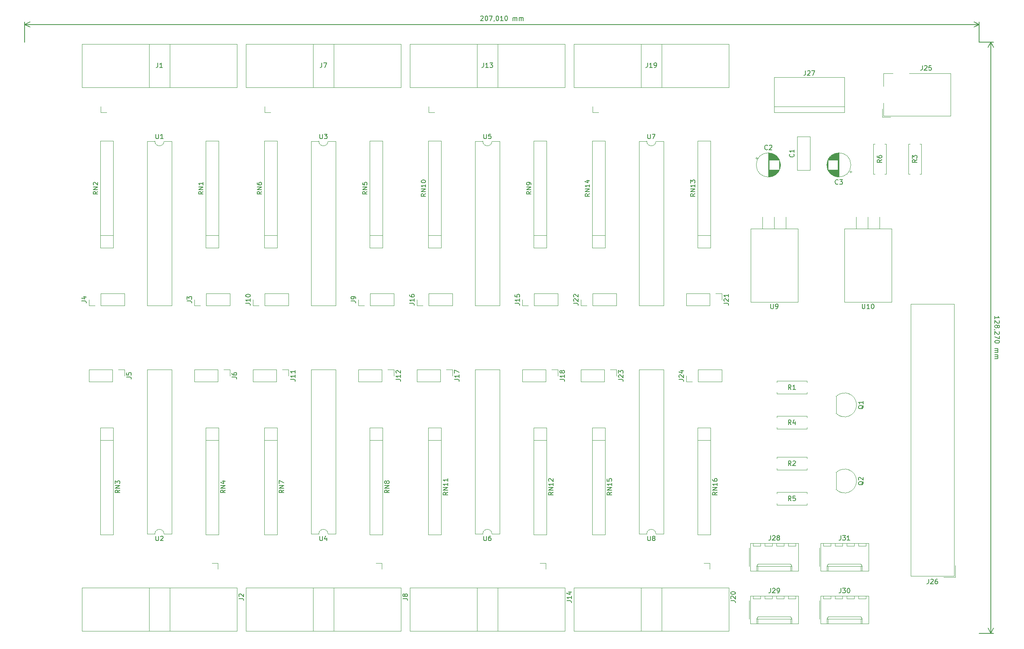
<source format=gbr>
G04 #@! TF.GenerationSoftware,KiCad,Pcbnew,(5.1.5)-3*
G04 #@! TF.CreationDate,2020-12-17T10:26:46+01:00*
G04 #@! TF.ProjectId,FGINT-V3-MASTER-128,4647494e-542d-4563-932d-4d4153544552,rev?*
G04 #@! TF.SameCoordinates,Original*
G04 #@! TF.FileFunction,Legend,Top*
G04 #@! TF.FilePolarity,Positive*
%FSLAX46Y46*%
G04 Gerber Fmt 4.6, Leading zero omitted, Abs format (unit mm)*
G04 Created by KiCad (PCBNEW (5.1.5)-3) date 2020-12-17 10:26:46*
%MOMM*%
%LPD*%
G04 APERTURE LIST*
%ADD10C,0.150000*%
%ADD11C,0.120000*%
G04 APERTURE END LIST*
D10*
X253577619Y-91837380D02*
X253577619Y-91265952D01*
X253577619Y-91551666D02*
X254577619Y-91551666D01*
X254434761Y-91456428D01*
X254339523Y-91361190D01*
X254291904Y-91265952D01*
X254482380Y-92218333D02*
X254530000Y-92265952D01*
X254577619Y-92361190D01*
X254577619Y-92599285D01*
X254530000Y-92694523D01*
X254482380Y-92742142D01*
X254387142Y-92789761D01*
X254291904Y-92789761D01*
X254149047Y-92742142D01*
X253577619Y-92170714D01*
X253577619Y-92789761D01*
X254149047Y-93361190D02*
X254196666Y-93265952D01*
X254244285Y-93218333D01*
X254339523Y-93170714D01*
X254387142Y-93170714D01*
X254482380Y-93218333D01*
X254530000Y-93265952D01*
X254577619Y-93361190D01*
X254577619Y-93551666D01*
X254530000Y-93646904D01*
X254482380Y-93694523D01*
X254387142Y-93742142D01*
X254339523Y-93742142D01*
X254244285Y-93694523D01*
X254196666Y-93646904D01*
X254149047Y-93551666D01*
X254149047Y-93361190D01*
X254101428Y-93265952D01*
X254053809Y-93218333D01*
X253958571Y-93170714D01*
X253768095Y-93170714D01*
X253672857Y-93218333D01*
X253625238Y-93265952D01*
X253577619Y-93361190D01*
X253577619Y-93551666D01*
X253625238Y-93646904D01*
X253672857Y-93694523D01*
X253768095Y-93742142D01*
X253958571Y-93742142D01*
X254053809Y-93694523D01*
X254101428Y-93646904D01*
X254149047Y-93551666D01*
X253625238Y-94218333D02*
X253577619Y-94218333D01*
X253482380Y-94170714D01*
X253434761Y-94123095D01*
X254482380Y-94599285D02*
X254530000Y-94646904D01*
X254577619Y-94742142D01*
X254577619Y-94980238D01*
X254530000Y-95075476D01*
X254482380Y-95123095D01*
X254387142Y-95170714D01*
X254291904Y-95170714D01*
X254149047Y-95123095D01*
X253577619Y-94551666D01*
X253577619Y-95170714D01*
X254577619Y-95504047D02*
X254577619Y-96170714D01*
X253577619Y-95742142D01*
X254577619Y-96742142D02*
X254577619Y-96837380D01*
X254530000Y-96932619D01*
X254482380Y-96980238D01*
X254387142Y-97027857D01*
X254196666Y-97075476D01*
X253958571Y-97075476D01*
X253768095Y-97027857D01*
X253672857Y-96980238D01*
X253625238Y-96932619D01*
X253577619Y-96837380D01*
X253577619Y-96742142D01*
X253625238Y-96646904D01*
X253672857Y-96599285D01*
X253768095Y-96551666D01*
X253958571Y-96504047D01*
X254196666Y-96504047D01*
X254387142Y-96551666D01*
X254482380Y-96599285D01*
X254530000Y-96646904D01*
X254577619Y-96742142D01*
X253577619Y-98265952D02*
X254244285Y-98265952D01*
X254149047Y-98265952D02*
X254196666Y-98313571D01*
X254244285Y-98408809D01*
X254244285Y-98551666D01*
X254196666Y-98646904D01*
X254101428Y-98694523D01*
X253577619Y-98694523D01*
X254101428Y-98694523D02*
X254196666Y-98742142D01*
X254244285Y-98837380D01*
X254244285Y-98980238D01*
X254196666Y-99075476D01*
X254101428Y-99123095D01*
X253577619Y-99123095D01*
X253577619Y-99599285D02*
X254244285Y-99599285D01*
X254149047Y-99599285D02*
X254196666Y-99646904D01*
X254244285Y-99742142D01*
X254244285Y-99885000D01*
X254196666Y-99980238D01*
X254101428Y-100027857D01*
X253577619Y-100027857D01*
X254101428Y-100027857D02*
X254196666Y-100075476D01*
X254244285Y-100170714D01*
X254244285Y-100313571D01*
X254196666Y-100408809D01*
X254101428Y-100456428D01*
X253577619Y-100456428D01*
X252730000Y-31750000D02*
X252730000Y-160020000D01*
X250190000Y-31750000D02*
X253316421Y-31750000D01*
X250190000Y-160020000D02*
X253316421Y-160020000D01*
X252730000Y-160020000D02*
X252143579Y-158893496D01*
X252730000Y-160020000D02*
X253316421Y-158893496D01*
X252730000Y-31750000D02*
X252143579Y-32876504D01*
X252730000Y-31750000D02*
X253316421Y-32876504D01*
X142065952Y-26187619D02*
X142113571Y-26140000D01*
X142208809Y-26092380D01*
X142446904Y-26092380D01*
X142542142Y-26140000D01*
X142589761Y-26187619D01*
X142637380Y-26282857D01*
X142637380Y-26378095D01*
X142589761Y-26520952D01*
X142018333Y-27092380D01*
X142637380Y-27092380D01*
X143256428Y-26092380D02*
X143351666Y-26092380D01*
X143446904Y-26140000D01*
X143494523Y-26187619D01*
X143542142Y-26282857D01*
X143589761Y-26473333D01*
X143589761Y-26711428D01*
X143542142Y-26901904D01*
X143494523Y-26997142D01*
X143446904Y-27044761D01*
X143351666Y-27092380D01*
X143256428Y-27092380D01*
X143161190Y-27044761D01*
X143113571Y-26997142D01*
X143065952Y-26901904D01*
X143018333Y-26711428D01*
X143018333Y-26473333D01*
X143065952Y-26282857D01*
X143113571Y-26187619D01*
X143161190Y-26140000D01*
X143256428Y-26092380D01*
X143923095Y-26092380D02*
X144589761Y-26092380D01*
X144161190Y-27092380D01*
X145018333Y-27044761D02*
X145018333Y-27092380D01*
X144970714Y-27187619D01*
X144923095Y-27235238D01*
X145637380Y-26092380D02*
X145732619Y-26092380D01*
X145827857Y-26140000D01*
X145875476Y-26187619D01*
X145923095Y-26282857D01*
X145970714Y-26473333D01*
X145970714Y-26711428D01*
X145923095Y-26901904D01*
X145875476Y-26997142D01*
X145827857Y-27044761D01*
X145732619Y-27092380D01*
X145637380Y-27092380D01*
X145542142Y-27044761D01*
X145494523Y-26997142D01*
X145446904Y-26901904D01*
X145399285Y-26711428D01*
X145399285Y-26473333D01*
X145446904Y-26282857D01*
X145494523Y-26187619D01*
X145542142Y-26140000D01*
X145637380Y-26092380D01*
X146923095Y-27092380D02*
X146351666Y-27092380D01*
X146637380Y-27092380D02*
X146637380Y-26092380D01*
X146542142Y-26235238D01*
X146446904Y-26330476D01*
X146351666Y-26378095D01*
X147542142Y-26092380D02*
X147637380Y-26092380D01*
X147732619Y-26140000D01*
X147780238Y-26187619D01*
X147827857Y-26282857D01*
X147875476Y-26473333D01*
X147875476Y-26711428D01*
X147827857Y-26901904D01*
X147780238Y-26997142D01*
X147732619Y-27044761D01*
X147637380Y-27092380D01*
X147542142Y-27092380D01*
X147446904Y-27044761D01*
X147399285Y-26997142D01*
X147351666Y-26901904D01*
X147304047Y-26711428D01*
X147304047Y-26473333D01*
X147351666Y-26282857D01*
X147399285Y-26187619D01*
X147446904Y-26140000D01*
X147542142Y-26092380D01*
X149065952Y-27092380D02*
X149065952Y-26425714D01*
X149065952Y-26520952D02*
X149113571Y-26473333D01*
X149208809Y-26425714D01*
X149351666Y-26425714D01*
X149446904Y-26473333D01*
X149494523Y-26568571D01*
X149494523Y-27092380D01*
X149494523Y-26568571D02*
X149542142Y-26473333D01*
X149637380Y-26425714D01*
X149780238Y-26425714D01*
X149875476Y-26473333D01*
X149923095Y-26568571D01*
X149923095Y-27092380D01*
X150399285Y-27092380D02*
X150399285Y-26425714D01*
X150399285Y-26520952D02*
X150446904Y-26473333D01*
X150542142Y-26425714D01*
X150685000Y-26425714D01*
X150780238Y-26473333D01*
X150827857Y-26568571D01*
X150827857Y-27092380D01*
X150827857Y-26568571D02*
X150875476Y-26473333D01*
X150970714Y-26425714D01*
X151113571Y-26425714D01*
X151208809Y-26473333D01*
X151256428Y-26568571D01*
X151256428Y-27092380D01*
X43180000Y-27940000D02*
X250190000Y-27940000D01*
X43180000Y-31750000D02*
X43180000Y-27353579D01*
X250190000Y-31750000D02*
X250190000Y-27353579D01*
X250190000Y-27940000D02*
X249063496Y-28526421D01*
X250190000Y-27940000D02*
X249063496Y-27353579D01*
X43180000Y-27940000D02*
X44306504Y-28526421D01*
X43180000Y-27940000D02*
X44306504Y-27353579D01*
D11*
X235355000Y-147590000D02*
X235355000Y-88630000D01*
X235355000Y-88630000D02*
X244705000Y-88630000D01*
X244705000Y-88630000D02*
X244705000Y-147590000D01*
X244705000Y-147590000D02*
X235355000Y-147590000D01*
X244955000Y-147840000D02*
X244955000Y-145300000D01*
X244955000Y-147840000D02*
X242415000Y-147840000D01*
X166370000Y-46990000D02*
X167640000Y-46990000D01*
X166370000Y-45720000D02*
X166370000Y-46990000D01*
X162290000Y-32240000D02*
X195850000Y-32240000D01*
X162290000Y-41590000D02*
X162290000Y-32240000D01*
X181320000Y-41590000D02*
X181320000Y-32240000D01*
X195850000Y-41590000D02*
X195850000Y-32240000D01*
X195850000Y-41590000D02*
X162290000Y-41590000D01*
X176820000Y-41590000D02*
X176820000Y-32240000D01*
X225590000Y-152510000D02*
X225590000Y-151910000D01*
X223990000Y-152510000D02*
X225590000Y-152510000D01*
X223990000Y-151910000D02*
X223990000Y-152510000D01*
X223050000Y-152510000D02*
X223050000Y-151910000D01*
X221450000Y-152510000D02*
X223050000Y-152510000D01*
X221450000Y-151910000D02*
X221450000Y-152510000D01*
X220510000Y-152510000D02*
X220510000Y-151910000D01*
X218910000Y-152510000D02*
X220510000Y-152510000D01*
X218910000Y-151910000D02*
X218910000Y-152510000D01*
X217970000Y-152510000D02*
X217970000Y-151910000D01*
X216370000Y-152510000D02*
X217970000Y-152510000D01*
X216370000Y-151910000D02*
X216370000Y-152510000D01*
X224540000Y-157930000D02*
X224540000Y-156930000D01*
X217420000Y-157930000D02*
X217420000Y-156930000D01*
X224540000Y-156400000D02*
X224790000Y-156930000D01*
X217420000Y-156400000D02*
X224540000Y-156400000D01*
X217170000Y-156930000D02*
X217420000Y-156400000D01*
X224790000Y-156930000D02*
X224790000Y-157930000D01*
X217170000Y-156930000D02*
X224790000Y-156930000D01*
X217170000Y-157930000D02*
X217170000Y-156930000D01*
X215500000Y-152940000D02*
X215500000Y-156940000D01*
X226170000Y-151910000D02*
X215790000Y-151910000D01*
X226170000Y-157930000D02*
X226170000Y-151910000D01*
X215790000Y-157930000D02*
X226170000Y-157930000D01*
X215790000Y-151910000D02*
X215790000Y-157930000D01*
X210350000Y-152510000D02*
X210350000Y-151910000D01*
X208750000Y-152510000D02*
X210350000Y-152510000D01*
X208750000Y-151910000D02*
X208750000Y-152510000D01*
X207810000Y-152510000D02*
X207810000Y-151910000D01*
X206210000Y-152510000D02*
X207810000Y-152510000D01*
X206210000Y-151910000D02*
X206210000Y-152510000D01*
X205270000Y-152510000D02*
X205270000Y-151910000D01*
X203670000Y-152510000D02*
X205270000Y-152510000D01*
X203670000Y-151910000D02*
X203670000Y-152510000D01*
X202730000Y-152510000D02*
X202730000Y-151910000D01*
X201130000Y-152510000D02*
X202730000Y-152510000D01*
X201130000Y-151910000D02*
X201130000Y-152510000D01*
X209300000Y-157930000D02*
X209300000Y-156930000D01*
X202180000Y-157930000D02*
X202180000Y-156930000D01*
X209300000Y-156400000D02*
X209550000Y-156930000D01*
X202180000Y-156400000D02*
X209300000Y-156400000D01*
X201930000Y-156930000D02*
X202180000Y-156400000D01*
X209550000Y-156930000D02*
X209550000Y-157930000D01*
X201930000Y-156930000D02*
X209550000Y-156930000D01*
X201930000Y-157930000D02*
X201930000Y-156930000D01*
X200260000Y-152940000D02*
X200260000Y-156940000D01*
X210930000Y-151910000D02*
X200550000Y-151910000D01*
X210930000Y-157930000D02*
X210930000Y-151910000D01*
X200550000Y-157930000D02*
X210930000Y-157930000D01*
X200550000Y-151910000D02*
X200550000Y-157930000D01*
X210350000Y-141080000D02*
X210350000Y-140480000D01*
X208750000Y-141080000D02*
X210350000Y-141080000D01*
X208750000Y-140480000D02*
X208750000Y-141080000D01*
X207810000Y-141080000D02*
X207810000Y-140480000D01*
X206210000Y-141080000D02*
X207810000Y-141080000D01*
X206210000Y-140480000D02*
X206210000Y-141080000D01*
X205270000Y-141080000D02*
X205270000Y-140480000D01*
X203670000Y-141080000D02*
X205270000Y-141080000D01*
X203670000Y-140480000D02*
X203670000Y-141080000D01*
X202730000Y-141080000D02*
X202730000Y-140480000D01*
X201130000Y-141080000D02*
X202730000Y-141080000D01*
X201130000Y-140480000D02*
X201130000Y-141080000D01*
X209300000Y-146500000D02*
X209300000Y-145500000D01*
X202180000Y-146500000D02*
X202180000Y-145500000D01*
X209300000Y-144970000D02*
X209550000Y-145500000D01*
X202180000Y-144970000D02*
X209300000Y-144970000D01*
X201930000Y-145500000D02*
X202180000Y-144970000D01*
X209550000Y-145500000D02*
X209550000Y-146500000D01*
X201930000Y-145500000D02*
X209550000Y-145500000D01*
X201930000Y-146500000D02*
X201930000Y-145500000D01*
X200260000Y-141510000D02*
X200260000Y-145510000D01*
X210930000Y-140480000D02*
X200550000Y-140480000D01*
X210930000Y-146500000D02*
X210930000Y-140480000D01*
X200550000Y-146500000D02*
X210930000Y-146500000D01*
X200550000Y-140480000D02*
X200550000Y-146500000D01*
X210720000Y-59540000D02*
X210720000Y-52300000D01*
X213460000Y-59540000D02*
X213460000Y-52300000D01*
X210720000Y-59540000D02*
X213460000Y-59540000D01*
X210720000Y-52300000D02*
X213460000Y-52300000D01*
X201895225Y-56695000D02*
X201895225Y-57195000D01*
X201645225Y-56945000D02*
X202145225Y-56945000D01*
X207051000Y-58136000D02*
X207051000Y-58704000D01*
X207011000Y-57902000D02*
X207011000Y-58938000D01*
X206971000Y-57743000D02*
X206971000Y-59097000D01*
X206931000Y-57615000D02*
X206931000Y-59225000D01*
X206891000Y-57505000D02*
X206891000Y-59335000D01*
X206851000Y-57409000D02*
X206851000Y-59431000D01*
X206811000Y-57322000D02*
X206811000Y-59518000D01*
X206771000Y-57242000D02*
X206771000Y-59598000D01*
X206731000Y-59460000D02*
X206731000Y-59671000D01*
X206731000Y-57169000D02*
X206731000Y-57380000D01*
X206691000Y-59460000D02*
X206691000Y-59739000D01*
X206691000Y-57101000D02*
X206691000Y-57380000D01*
X206651000Y-59460000D02*
X206651000Y-59803000D01*
X206651000Y-57037000D02*
X206651000Y-57380000D01*
X206611000Y-59460000D02*
X206611000Y-59863000D01*
X206611000Y-56977000D02*
X206611000Y-57380000D01*
X206571000Y-59460000D02*
X206571000Y-59920000D01*
X206571000Y-56920000D02*
X206571000Y-57380000D01*
X206531000Y-59460000D02*
X206531000Y-59974000D01*
X206531000Y-56866000D02*
X206531000Y-57380000D01*
X206491000Y-59460000D02*
X206491000Y-60025000D01*
X206491000Y-56815000D02*
X206491000Y-57380000D01*
X206451000Y-59460000D02*
X206451000Y-60073000D01*
X206451000Y-56767000D02*
X206451000Y-57380000D01*
X206411000Y-59460000D02*
X206411000Y-60119000D01*
X206411000Y-56721000D02*
X206411000Y-57380000D01*
X206371000Y-59460000D02*
X206371000Y-60163000D01*
X206371000Y-56677000D02*
X206371000Y-57380000D01*
X206331000Y-59460000D02*
X206331000Y-60205000D01*
X206331000Y-56635000D02*
X206331000Y-57380000D01*
X206291000Y-59460000D02*
X206291000Y-60246000D01*
X206291000Y-56594000D02*
X206291000Y-57380000D01*
X206251000Y-59460000D02*
X206251000Y-60284000D01*
X206251000Y-56556000D02*
X206251000Y-57380000D01*
X206211000Y-59460000D02*
X206211000Y-60321000D01*
X206211000Y-56519000D02*
X206211000Y-57380000D01*
X206171000Y-59460000D02*
X206171000Y-60357000D01*
X206171000Y-56483000D02*
X206171000Y-57380000D01*
X206131000Y-59460000D02*
X206131000Y-60391000D01*
X206131000Y-56449000D02*
X206131000Y-57380000D01*
X206091000Y-59460000D02*
X206091000Y-60424000D01*
X206091000Y-56416000D02*
X206091000Y-57380000D01*
X206051000Y-59460000D02*
X206051000Y-60455000D01*
X206051000Y-56385000D02*
X206051000Y-57380000D01*
X206011000Y-59460000D02*
X206011000Y-60485000D01*
X206011000Y-56355000D02*
X206011000Y-57380000D01*
X205971000Y-59460000D02*
X205971000Y-60515000D01*
X205971000Y-56325000D02*
X205971000Y-57380000D01*
X205931000Y-59460000D02*
X205931000Y-60542000D01*
X205931000Y-56298000D02*
X205931000Y-57380000D01*
X205891000Y-59460000D02*
X205891000Y-60569000D01*
X205891000Y-56271000D02*
X205891000Y-57380000D01*
X205851000Y-59460000D02*
X205851000Y-60595000D01*
X205851000Y-56245000D02*
X205851000Y-57380000D01*
X205811000Y-59460000D02*
X205811000Y-60620000D01*
X205811000Y-56220000D02*
X205811000Y-57380000D01*
X205771000Y-59460000D02*
X205771000Y-60644000D01*
X205771000Y-56196000D02*
X205771000Y-57380000D01*
X205731000Y-59460000D02*
X205731000Y-60667000D01*
X205731000Y-56173000D02*
X205731000Y-57380000D01*
X205691000Y-59460000D02*
X205691000Y-60688000D01*
X205691000Y-56152000D02*
X205691000Y-57380000D01*
X205651000Y-59460000D02*
X205651000Y-60710000D01*
X205651000Y-56130000D02*
X205651000Y-57380000D01*
X205611000Y-59460000D02*
X205611000Y-60730000D01*
X205611000Y-56110000D02*
X205611000Y-57380000D01*
X205571000Y-59460000D02*
X205571000Y-60749000D01*
X205571000Y-56091000D02*
X205571000Y-57380000D01*
X205531000Y-59460000D02*
X205531000Y-60768000D01*
X205531000Y-56072000D02*
X205531000Y-57380000D01*
X205491000Y-59460000D02*
X205491000Y-60785000D01*
X205491000Y-56055000D02*
X205491000Y-57380000D01*
X205451000Y-59460000D02*
X205451000Y-60802000D01*
X205451000Y-56038000D02*
X205451000Y-57380000D01*
X205411000Y-59460000D02*
X205411000Y-60818000D01*
X205411000Y-56022000D02*
X205411000Y-57380000D01*
X205371000Y-59460000D02*
X205371000Y-60834000D01*
X205371000Y-56006000D02*
X205371000Y-57380000D01*
X205331000Y-59460000D02*
X205331000Y-60848000D01*
X205331000Y-55992000D02*
X205331000Y-57380000D01*
X205291000Y-59460000D02*
X205291000Y-60862000D01*
X205291000Y-55978000D02*
X205291000Y-57380000D01*
X205251000Y-59460000D02*
X205251000Y-60875000D01*
X205251000Y-55965000D02*
X205251000Y-57380000D01*
X205211000Y-59460000D02*
X205211000Y-60888000D01*
X205211000Y-55952000D02*
X205211000Y-57380000D01*
X205171000Y-59460000D02*
X205171000Y-60900000D01*
X205171000Y-55940000D02*
X205171000Y-57380000D01*
X205130000Y-59460000D02*
X205130000Y-60911000D01*
X205130000Y-55929000D02*
X205130000Y-57380000D01*
X205090000Y-59460000D02*
X205090000Y-60921000D01*
X205090000Y-55919000D02*
X205090000Y-57380000D01*
X205050000Y-59460000D02*
X205050000Y-60931000D01*
X205050000Y-55909000D02*
X205050000Y-57380000D01*
X205010000Y-59460000D02*
X205010000Y-60940000D01*
X205010000Y-55900000D02*
X205010000Y-57380000D01*
X204970000Y-59460000D02*
X204970000Y-60948000D01*
X204970000Y-55892000D02*
X204970000Y-57380000D01*
X204930000Y-59460000D02*
X204930000Y-60956000D01*
X204930000Y-55884000D02*
X204930000Y-57380000D01*
X204890000Y-59460000D02*
X204890000Y-60963000D01*
X204890000Y-55877000D02*
X204890000Y-57380000D01*
X204850000Y-59460000D02*
X204850000Y-60970000D01*
X204850000Y-55870000D02*
X204850000Y-57380000D01*
X204810000Y-59460000D02*
X204810000Y-60976000D01*
X204810000Y-55864000D02*
X204810000Y-57380000D01*
X204770000Y-59460000D02*
X204770000Y-60981000D01*
X204770000Y-55859000D02*
X204770000Y-57380000D01*
X204730000Y-59460000D02*
X204730000Y-60985000D01*
X204730000Y-55855000D02*
X204730000Y-57380000D01*
X204690000Y-59460000D02*
X204690000Y-60989000D01*
X204690000Y-55851000D02*
X204690000Y-57380000D01*
X204650000Y-55847000D02*
X204650000Y-60993000D01*
X204610000Y-55844000D02*
X204610000Y-60996000D01*
X204570000Y-55842000D02*
X204570000Y-60998000D01*
X204530000Y-55841000D02*
X204530000Y-60999000D01*
X204490000Y-55840000D02*
X204490000Y-61000000D01*
X204450000Y-55840000D02*
X204450000Y-61000000D01*
X207070000Y-58420000D02*
G75*
G03X207070000Y-58420000I-2620000J0D01*
G01*
X222350000Y-58420000D02*
G75*
G03X222350000Y-58420000I-2620000J0D01*
G01*
X219730000Y-61000000D02*
X219730000Y-55840000D01*
X219690000Y-61000000D02*
X219690000Y-55840000D01*
X219650000Y-60999000D02*
X219650000Y-55841000D01*
X219610000Y-60998000D02*
X219610000Y-55842000D01*
X219570000Y-60996000D02*
X219570000Y-55844000D01*
X219530000Y-60993000D02*
X219530000Y-55847000D01*
X219490000Y-60989000D02*
X219490000Y-59460000D01*
X219490000Y-57380000D02*
X219490000Y-55851000D01*
X219450000Y-60985000D02*
X219450000Y-59460000D01*
X219450000Y-57380000D02*
X219450000Y-55855000D01*
X219410000Y-60981000D02*
X219410000Y-59460000D01*
X219410000Y-57380000D02*
X219410000Y-55859000D01*
X219370000Y-60976000D02*
X219370000Y-59460000D01*
X219370000Y-57380000D02*
X219370000Y-55864000D01*
X219330000Y-60970000D02*
X219330000Y-59460000D01*
X219330000Y-57380000D02*
X219330000Y-55870000D01*
X219290000Y-60963000D02*
X219290000Y-59460000D01*
X219290000Y-57380000D02*
X219290000Y-55877000D01*
X219250000Y-60956000D02*
X219250000Y-59460000D01*
X219250000Y-57380000D02*
X219250000Y-55884000D01*
X219210000Y-60948000D02*
X219210000Y-59460000D01*
X219210000Y-57380000D02*
X219210000Y-55892000D01*
X219170000Y-60940000D02*
X219170000Y-59460000D01*
X219170000Y-57380000D02*
X219170000Y-55900000D01*
X219130000Y-60931000D02*
X219130000Y-59460000D01*
X219130000Y-57380000D02*
X219130000Y-55909000D01*
X219090000Y-60921000D02*
X219090000Y-59460000D01*
X219090000Y-57380000D02*
X219090000Y-55919000D01*
X219050000Y-60911000D02*
X219050000Y-59460000D01*
X219050000Y-57380000D02*
X219050000Y-55929000D01*
X219009000Y-60900000D02*
X219009000Y-59460000D01*
X219009000Y-57380000D02*
X219009000Y-55940000D01*
X218969000Y-60888000D02*
X218969000Y-59460000D01*
X218969000Y-57380000D02*
X218969000Y-55952000D01*
X218929000Y-60875000D02*
X218929000Y-59460000D01*
X218929000Y-57380000D02*
X218929000Y-55965000D01*
X218889000Y-60862000D02*
X218889000Y-59460000D01*
X218889000Y-57380000D02*
X218889000Y-55978000D01*
X218849000Y-60848000D02*
X218849000Y-59460000D01*
X218849000Y-57380000D02*
X218849000Y-55992000D01*
X218809000Y-60834000D02*
X218809000Y-59460000D01*
X218809000Y-57380000D02*
X218809000Y-56006000D01*
X218769000Y-60818000D02*
X218769000Y-59460000D01*
X218769000Y-57380000D02*
X218769000Y-56022000D01*
X218729000Y-60802000D02*
X218729000Y-59460000D01*
X218729000Y-57380000D02*
X218729000Y-56038000D01*
X218689000Y-60785000D02*
X218689000Y-59460000D01*
X218689000Y-57380000D02*
X218689000Y-56055000D01*
X218649000Y-60768000D02*
X218649000Y-59460000D01*
X218649000Y-57380000D02*
X218649000Y-56072000D01*
X218609000Y-60749000D02*
X218609000Y-59460000D01*
X218609000Y-57380000D02*
X218609000Y-56091000D01*
X218569000Y-60730000D02*
X218569000Y-59460000D01*
X218569000Y-57380000D02*
X218569000Y-56110000D01*
X218529000Y-60710000D02*
X218529000Y-59460000D01*
X218529000Y-57380000D02*
X218529000Y-56130000D01*
X218489000Y-60688000D02*
X218489000Y-59460000D01*
X218489000Y-57380000D02*
X218489000Y-56152000D01*
X218449000Y-60667000D02*
X218449000Y-59460000D01*
X218449000Y-57380000D02*
X218449000Y-56173000D01*
X218409000Y-60644000D02*
X218409000Y-59460000D01*
X218409000Y-57380000D02*
X218409000Y-56196000D01*
X218369000Y-60620000D02*
X218369000Y-59460000D01*
X218369000Y-57380000D02*
X218369000Y-56220000D01*
X218329000Y-60595000D02*
X218329000Y-59460000D01*
X218329000Y-57380000D02*
X218329000Y-56245000D01*
X218289000Y-60569000D02*
X218289000Y-59460000D01*
X218289000Y-57380000D02*
X218289000Y-56271000D01*
X218249000Y-60542000D02*
X218249000Y-59460000D01*
X218249000Y-57380000D02*
X218249000Y-56298000D01*
X218209000Y-60515000D02*
X218209000Y-59460000D01*
X218209000Y-57380000D02*
X218209000Y-56325000D01*
X218169000Y-60485000D02*
X218169000Y-59460000D01*
X218169000Y-57380000D02*
X218169000Y-56355000D01*
X218129000Y-60455000D02*
X218129000Y-59460000D01*
X218129000Y-57380000D02*
X218129000Y-56385000D01*
X218089000Y-60424000D02*
X218089000Y-59460000D01*
X218089000Y-57380000D02*
X218089000Y-56416000D01*
X218049000Y-60391000D02*
X218049000Y-59460000D01*
X218049000Y-57380000D02*
X218049000Y-56449000D01*
X218009000Y-60357000D02*
X218009000Y-59460000D01*
X218009000Y-57380000D02*
X218009000Y-56483000D01*
X217969000Y-60321000D02*
X217969000Y-59460000D01*
X217969000Y-57380000D02*
X217969000Y-56519000D01*
X217929000Y-60284000D02*
X217929000Y-59460000D01*
X217929000Y-57380000D02*
X217929000Y-56556000D01*
X217889000Y-60246000D02*
X217889000Y-59460000D01*
X217889000Y-57380000D02*
X217889000Y-56594000D01*
X217849000Y-60205000D02*
X217849000Y-59460000D01*
X217849000Y-57380000D02*
X217849000Y-56635000D01*
X217809000Y-60163000D02*
X217809000Y-59460000D01*
X217809000Y-57380000D02*
X217809000Y-56677000D01*
X217769000Y-60119000D02*
X217769000Y-59460000D01*
X217769000Y-57380000D02*
X217769000Y-56721000D01*
X217729000Y-60073000D02*
X217729000Y-59460000D01*
X217729000Y-57380000D02*
X217729000Y-56767000D01*
X217689000Y-60025000D02*
X217689000Y-59460000D01*
X217689000Y-57380000D02*
X217689000Y-56815000D01*
X217649000Y-59974000D02*
X217649000Y-59460000D01*
X217649000Y-57380000D02*
X217649000Y-56866000D01*
X217609000Y-59920000D02*
X217609000Y-59460000D01*
X217609000Y-57380000D02*
X217609000Y-56920000D01*
X217569000Y-59863000D02*
X217569000Y-59460000D01*
X217569000Y-57380000D02*
X217569000Y-56977000D01*
X217529000Y-59803000D02*
X217529000Y-59460000D01*
X217529000Y-57380000D02*
X217529000Y-57037000D01*
X217489000Y-59739000D02*
X217489000Y-59460000D01*
X217489000Y-57380000D02*
X217489000Y-57101000D01*
X217449000Y-59671000D02*
X217449000Y-59460000D01*
X217449000Y-57380000D02*
X217449000Y-57169000D01*
X217409000Y-59598000D02*
X217409000Y-57242000D01*
X217369000Y-59518000D02*
X217369000Y-57322000D01*
X217329000Y-59431000D02*
X217329000Y-57409000D01*
X217289000Y-59335000D02*
X217289000Y-57505000D01*
X217249000Y-59225000D02*
X217249000Y-57615000D01*
X217209000Y-59097000D02*
X217209000Y-57743000D01*
X217169000Y-58938000D02*
X217169000Y-57902000D01*
X217129000Y-58704000D02*
X217129000Y-58136000D01*
X222534775Y-59895000D02*
X222034775Y-59895000D01*
X222284775Y-60145000D02*
X222284775Y-59645000D01*
X79950000Y-88960000D02*
X79950000Y-87630000D01*
X81280000Y-88960000D02*
X79950000Y-88960000D01*
X82550000Y-88960000D02*
X82550000Y-86300000D01*
X82550000Y-86300000D02*
X87690000Y-86300000D01*
X82550000Y-88960000D02*
X87690000Y-88960000D01*
X87690000Y-88960000D02*
X87690000Y-86300000D01*
X64830000Y-88960000D02*
X64830000Y-86300000D01*
X59690000Y-88960000D02*
X64830000Y-88960000D01*
X59690000Y-86300000D02*
X64830000Y-86300000D01*
X59690000Y-88960000D02*
X59690000Y-86300000D01*
X58420000Y-88960000D02*
X57090000Y-88960000D01*
X57090000Y-88960000D02*
X57090000Y-87630000D01*
X57090000Y-102810000D02*
X57090000Y-105470000D01*
X62230000Y-102810000D02*
X57090000Y-102810000D01*
X62230000Y-105470000D02*
X57090000Y-105470000D01*
X62230000Y-102810000D02*
X62230000Y-105470000D01*
X63500000Y-102810000D02*
X64830000Y-102810000D01*
X64830000Y-102810000D02*
X64830000Y-104140000D01*
X87690000Y-102810000D02*
X87690000Y-104140000D01*
X86360000Y-102810000D02*
X87690000Y-102810000D01*
X85090000Y-102810000D02*
X85090000Y-105470000D01*
X85090000Y-105470000D02*
X79950000Y-105470000D01*
X85090000Y-102810000D02*
X79950000Y-102810000D01*
X79950000Y-102810000D02*
X79950000Y-105470000D01*
X123250000Y-88960000D02*
X123250000Y-86300000D01*
X118110000Y-88960000D02*
X123250000Y-88960000D01*
X118110000Y-86300000D02*
X123250000Y-86300000D01*
X118110000Y-88960000D02*
X118110000Y-86300000D01*
X116840000Y-88960000D02*
X115510000Y-88960000D01*
X115510000Y-88960000D02*
X115510000Y-87630000D01*
X92650000Y-88960000D02*
X92650000Y-87630000D01*
X93980000Y-88960000D02*
X92650000Y-88960000D01*
X95250000Y-88960000D02*
X95250000Y-86300000D01*
X95250000Y-86300000D02*
X100390000Y-86300000D01*
X95250000Y-88960000D02*
X100390000Y-88960000D01*
X100390000Y-88960000D02*
X100390000Y-86300000D01*
X92650000Y-102810000D02*
X92650000Y-105470000D01*
X97790000Y-102810000D02*
X92650000Y-102810000D01*
X97790000Y-105470000D02*
X92650000Y-105470000D01*
X97790000Y-102810000D02*
X97790000Y-105470000D01*
X99060000Y-102810000D02*
X100390000Y-102810000D01*
X100390000Y-102810000D02*
X100390000Y-104140000D01*
X115510000Y-102810000D02*
X115510000Y-105470000D01*
X120650000Y-102810000D02*
X115510000Y-102810000D01*
X120650000Y-105470000D02*
X115510000Y-105470000D01*
X120650000Y-102810000D02*
X120650000Y-105470000D01*
X121920000Y-102810000D02*
X123250000Y-102810000D01*
X123250000Y-102810000D02*
X123250000Y-104140000D01*
X151070000Y-88960000D02*
X151070000Y-87630000D01*
X152400000Y-88960000D02*
X151070000Y-88960000D01*
X153670000Y-88960000D02*
X153670000Y-86300000D01*
X153670000Y-86300000D02*
X158810000Y-86300000D01*
X153670000Y-88960000D02*
X158810000Y-88960000D01*
X158810000Y-88960000D02*
X158810000Y-86300000D01*
X128210000Y-88960000D02*
X128210000Y-87630000D01*
X129540000Y-88960000D02*
X128210000Y-88960000D01*
X130810000Y-88960000D02*
X130810000Y-86300000D01*
X130810000Y-86300000D02*
X135950000Y-86300000D01*
X130810000Y-88960000D02*
X135950000Y-88960000D01*
X135950000Y-88960000D02*
X135950000Y-86300000D01*
X128210000Y-102810000D02*
X128210000Y-105470000D01*
X133350000Y-102810000D02*
X128210000Y-102810000D01*
X133350000Y-105470000D02*
X128210000Y-105470000D01*
X133350000Y-102810000D02*
X133350000Y-105470000D01*
X134620000Y-102810000D02*
X135950000Y-102810000D01*
X135950000Y-102810000D02*
X135950000Y-104140000D01*
X158810000Y-102810000D02*
X158810000Y-104140000D01*
X157480000Y-102810000D02*
X158810000Y-102810000D01*
X156210000Y-102810000D02*
X156210000Y-105470000D01*
X156210000Y-105470000D02*
X151070000Y-105470000D01*
X156210000Y-102810000D02*
X151070000Y-102810000D01*
X151070000Y-102810000D02*
X151070000Y-105470000D01*
X186630000Y-86300000D02*
X186630000Y-88960000D01*
X191770000Y-86300000D02*
X186630000Y-86300000D01*
X191770000Y-88960000D02*
X186630000Y-88960000D01*
X191770000Y-86300000D02*
X191770000Y-88960000D01*
X193040000Y-86300000D02*
X194370000Y-86300000D01*
X194370000Y-86300000D02*
X194370000Y-87630000D01*
X171510000Y-88960000D02*
X171510000Y-86300000D01*
X166370000Y-88960000D02*
X171510000Y-88960000D01*
X166370000Y-86300000D02*
X171510000Y-86300000D01*
X166370000Y-88960000D02*
X166370000Y-86300000D01*
X165100000Y-88960000D02*
X163770000Y-88960000D01*
X163770000Y-88960000D02*
X163770000Y-87630000D01*
X171510000Y-102810000D02*
X171510000Y-104140000D01*
X170180000Y-102810000D02*
X171510000Y-102810000D01*
X168910000Y-102810000D02*
X168910000Y-105470000D01*
X168910000Y-105470000D02*
X163770000Y-105470000D01*
X168910000Y-102810000D02*
X163770000Y-102810000D01*
X163770000Y-102810000D02*
X163770000Y-105470000D01*
X186630000Y-105470000D02*
X186630000Y-104140000D01*
X187960000Y-105470000D02*
X186630000Y-105470000D01*
X189230000Y-105470000D02*
X189230000Y-102810000D01*
X189230000Y-102810000D02*
X194370000Y-102810000D01*
X189230000Y-105470000D02*
X194370000Y-105470000D01*
X194370000Y-105470000D02*
X194370000Y-102810000D01*
X235020000Y-38580000D02*
X244020000Y-38580000D01*
X244020000Y-38580000D02*
X244020000Y-47780000D01*
X244020000Y-47780000D02*
X229420000Y-47780000D01*
X229420000Y-47780000D02*
X229420000Y-44980000D01*
X229420000Y-41380000D02*
X229420000Y-38580000D01*
X229420000Y-38580000D02*
X231420000Y-38580000D01*
X230920000Y-48020000D02*
X229180000Y-48020000D01*
X229180000Y-48020000D02*
X229180000Y-46280000D01*
X219141522Y-112328478D02*
G75*
G03X223580000Y-110490000I1838478J1838478D01*
G01*
X219141522Y-108651522D02*
G75*
G02X223580000Y-110490000I1838478J-1838478D01*
G01*
X219130000Y-108690000D02*
X219130000Y-112290000D01*
X219130000Y-125200000D02*
X219130000Y-128800000D01*
X219141522Y-125161522D02*
G75*
G02X223580000Y-127000000I1838478J-1838478D01*
G01*
X219141522Y-128838478D02*
G75*
G03X223580000Y-127000000I1838478J1838478D01*
G01*
X206280000Y-105640000D02*
X206280000Y-105310000D01*
X206280000Y-105310000D02*
X212820000Y-105310000D01*
X212820000Y-105310000D02*
X212820000Y-105640000D01*
X206280000Y-107720000D02*
X206280000Y-108050000D01*
X206280000Y-108050000D02*
X212820000Y-108050000D01*
X212820000Y-108050000D02*
X212820000Y-107720000D01*
X212820000Y-124560000D02*
X212820000Y-124230000D01*
X206280000Y-124560000D02*
X212820000Y-124560000D01*
X206280000Y-124230000D02*
X206280000Y-124560000D01*
X212820000Y-121820000D02*
X212820000Y-122150000D01*
X206280000Y-121820000D02*
X212820000Y-121820000D01*
X206280000Y-122150000D02*
X206280000Y-121820000D01*
X235180000Y-60420000D02*
X234850000Y-60420000D01*
X234850000Y-60420000D02*
X234850000Y-53880000D01*
X234850000Y-53880000D02*
X235180000Y-53880000D01*
X237260000Y-60420000D02*
X237590000Y-60420000D01*
X237590000Y-60420000D02*
X237590000Y-53880000D01*
X237590000Y-53880000D02*
X237260000Y-53880000D01*
X212820000Y-115670000D02*
X212820000Y-115340000D01*
X206280000Y-115670000D02*
X212820000Y-115670000D01*
X206280000Y-115340000D02*
X206280000Y-115670000D01*
X212820000Y-112930000D02*
X212820000Y-113260000D01*
X206280000Y-112930000D02*
X212820000Y-112930000D01*
X206280000Y-113260000D02*
X206280000Y-112930000D01*
X206280000Y-129770000D02*
X206280000Y-129440000D01*
X206280000Y-129440000D02*
X212820000Y-129440000D01*
X212820000Y-129440000D02*
X212820000Y-129770000D01*
X206280000Y-131850000D02*
X206280000Y-132180000D01*
X206280000Y-132180000D02*
X212820000Y-132180000D01*
X212820000Y-132180000D02*
X212820000Y-131850000D01*
X227230000Y-60420000D02*
X227560000Y-60420000D01*
X227230000Y-53880000D02*
X227230000Y-60420000D01*
X227560000Y-53880000D02*
X227230000Y-53880000D01*
X229970000Y-60420000D02*
X229640000Y-60420000D01*
X229970000Y-53880000D02*
X229970000Y-60420000D01*
X229640000Y-53880000D02*
X229970000Y-53880000D01*
X82420000Y-76370000D02*
X85220000Y-76370000D01*
X85220000Y-76370000D02*
X85220000Y-53170000D01*
X85220000Y-53170000D02*
X82420000Y-53170000D01*
X82420000Y-53170000D02*
X82420000Y-76370000D01*
X82420000Y-73660000D02*
X85220000Y-73660000D01*
X59560000Y-73660000D02*
X62360000Y-73660000D01*
X59560000Y-53170000D02*
X59560000Y-76370000D01*
X62360000Y-53170000D02*
X59560000Y-53170000D01*
X62360000Y-76370000D02*
X62360000Y-53170000D01*
X59560000Y-76370000D02*
X62360000Y-76370000D01*
X62360000Y-115400000D02*
X59560000Y-115400000D01*
X59560000Y-115400000D02*
X59560000Y-138600000D01*
X59560000Y-138600000D02*
X62360000Y-138600000D01*
X62360000Y-138600000D02*
X62360000Y-115400000D01*
X62360000Y-118110000D02*
X59560000Y-118110000D01*
X85220000Y-115400000D02*
X82420000Y-115400000D01*
X82420000Y-115400000D02*
X82420000Y-138600000D01*
X82420000Y-138600000D02*
X85220000Y-138600000D01*
X85220000Y-138600000D02*
X85220000Y-115400000D01*
X85220000Y-118110000D02*
X82420000Y-118110000D01*
X117980000Y-76370000D02*
X120780000Y-76370000D01*
X120780000Y-76370000D02*
X120780000Y-53170000D01*
X120780000Y-53170000D02*
X117980000Y-53170000D01*
X117980000Y-53170000D02*
X117980000Y-76370000D01*
X117980000Y-73660000D02*
X120780000Y-73660000D01*
X95120000Y-73660000D02*
X97920000Y-73660000D01*
X95120000Y-53170000D02*
X95120000Y-76370000D01*
X97920000Y-53170000D02*
X95120000Y-53170000D01*
X97920000Y-76370000D02*
X97920000Y-53170000D01*
X95120000Y-76370000D02*
X97920000Y-76370000D01*
X97920000Y-118110000D02*
X95120000Y-118110000D01*
X97920000Y-138600000D02*
X97920000Y-115400000D01*
X95120000Y-138600000D02*
X97920000Y-138600000D01*
X95120000Y-115400000D02*
X95120000Y-138600000D01*
X97920000Y-115400000D02*
X95120000Y-115400000D01*
X120780000Y-118110000D02*
X117980000Y-118110000D01*
X120780000Y-138600000D02*
X120780000Y-115400000D01*
X117980000Y-138600000D02*
X120780000Y-138600000D01*
X117980000Y-115400000D02*
X117980000Y-138600000D01*
X120780000Y-115400000D02*
X117980000Y-115400000D01*
X153540000Y-76370000D02*
X156340000Y-76370000D01*
X156340000Y-76370000D02*
X156340000Y-53170000D01*
X156340000Y-53170000D02*
X153540000Y-53170000D01*
X153540000Y-53170000D02*
X153540000Y-76370000D01*
X153540000Y-73660000D02*
X156340000Y-73660000D01*
X130680000Y-73660000D02*
X133480000Y-73660000D01*
X130680000Y-53170000D02*
X130680000Y-76370000D01*
X133480000Y-53170000D02*
X130680000Y-53170000D01*
X133480000Y-76370000D02*
X133480000Y-53170000D01*
X130680000Y-76370000D02*
X133480000Y-76370000D01*
X133480000Y-118110000D02*
X130680000Y-118110000D01*
X133480000Y-138600000D02*
X133480000Y-115400000D01*
X130680000Y-138600000D02*
X133480000Y-138600000D01*
X130680000Y-115400000D02*
X130680000Y-138600000D01*
X133480000Y-115400000D02*
X130680000Y-115400000D01*
X156340000Y-115400000D02*
X153540000Y-115400000D01*
X153540000Y-115400000D02*
X153540000Y-138600000D01*
X153540000Y-138600000D02*
X156340000Y-138600000D01*
X156340000Y-138600000D02*
X156340000Y-115400000D01*
X156340000Y-118110000D02*
X153540000Y-118110000D01*
X189100000Y-73660000D02*
X191900000Y-73660000D01*
X189100000Y-53170000D02*
X189100000Y-76370000D01*
X191900000Y-53170000D02*
X189100000Y-53170000D01*
X191900000Y-76370000D02*
X191900000Y-53170000D01*
X189100000Y-76370000D02*
X191900000Y-76370000D01*
X166240000Y-76370000D02*
X169040000Y-76370000D01*
X169040000Y-76370000D02*
X169040000Y-53170000D01*
X169040000Y-53170000D02*
X166240000Y-53170000D01*
X166240000Y-53170000D02*
X166240000Y-76370000D01*
X166240000Y-73660000D02*
X169040000Y-73660000D01*
X169040000Y-115400000D02*
X166240000Y-115400000D01*
X166240000Y-115400000D02*
X166240000Y-138600000D01*
X166240000Y-138600000D02*
X169040000Y-138600000D01*
X169040000Y-138600000D02*
X169040000Y-115400000D01*
X169040000Y-118110000D02*
X166240000Y-118110000D01*
X191900000Y-118110000D02*
X189100000Y-118110000D01*
X191900000Y-138600000D02*
X191900000Y-115400000D01*
X189100000Y-138600000D02*
X191900000Y-138600000D01*
X189100000Y-115400000D02*
X189100000Y-138600000D01*
X191900000Y-115400000D02*
X189100000Y-115400000D01*
X75040000Y-53280000D02*
X73390000Y-53280000D01*
X75040000Y-88960000D02*
X75040000Y-53280000D01*
X69740000Y-88960000D02*
X75040000Y-88960000D01*
X69740000Y-53280000D02*
X69740000Y-88960000D01*
X71390000Y-53280000D02*
X69740000Y-53280000D01*
X73390000Y-53280000D02*
G75*
G02X71390000Y-53280000I-1000000J0D01*
G01*
X71390000Y-138490000D02*
G75*
G02X73390000Y-138490000I1000000J0D01*
G01*
X73390000Y-138490000D02*
X75040000Y-138490000D01*
X75040000Y-138490000D02*
X75040000Y-102810000D01*
X75040000Y-102810000D02*
X69740000Y-102810000D01*
X69740000Y-102810000D02*
X69740000Y-138490000D01*
X69740000Y-138490000D02*
X71390000Y-138490000D01*
X110600000Y-53280000D02*
X108950000Y-53280000D01*
X110600000Y-88960000D02*
X110600000Y-53280000D01*
X105300000Y-88960000D02*
X110600000Y-88960000D01*
X105300000Y-53280000D02*
X105300000Y-88960000D01*
X106950000Y-53280000D02*
X105300000Y-53280000D01*
X108950000Y-53280000D02*
G75*
G02X106950000Y-53280000I-1000000J0D01*
G01*
X106950000Y-138490000D02*
G75*
G02X108950000Y-138490000I1000000J0D01*
G01*
X108950000Y-138490000D02*
X110600000Y-138490000D01*
X110600000Y-138490000D02*
X110600000Y-102810000D01*
X110600000Y-102810000D02*
X105300000Y-102810000D01*
X105300000Y-102810000D02*
X105300000Y-138490000D01*
X105300000Y-138490000D02*
X106950000Y-138490000D01*
X144510000Y-53280000D02*
G75*
G02X142510000Y-53280000I-1000000J0D01*
G01*
X142510000Y-53280000D02*
X140860000Y-53280000D01*
X140860000Y-53280000D02*
X140860000Y-88960000D01*
X140860000Y-88960000D02*
X146160000Y-88960000D01*
X146160000Y-88960000D02*
X146160000Y-53280000D01*
X146160000Y-53280000D02*
X144510000Y-53280000D01*
X140860000Y-138490000D02*
X142510000Y-138490000D01*
X140860000Y-102810000D02*
X140860000Y-138490000D01*
X146160000Y-102810000D02*
X140860000Y-102810000D01*
X146160000Y-138490000D02*
X146160000Y-102810000D01*
X144510000Y-138490000D02*
X146160000Y-138490000D01*
X142510000Y-138490000D02*
G75*
G02X144510000Y-138490000I1000000J0D01*
G01*
X180070000Y-53280000D02*
G75*
G02X178070000Y-53280000I-1000000J0D01*
G01*
X178070000Y-53280000D02*
X176420000Y-53280000D01*
X176420000Y-53280000D02*
X176420000Y-88960000D01*
X176420000Y-88960000D02*
X181720000Y-88960000D01*
X181720000Y-88960000D02*
X181720000Y-53280000D01*
X181720000Y-53280000D02*
X180070000Y-53280000D01*
X176420000Y-138490000D02*
X178070000Y-138490000D01*
X176420000Y-102810000D02*
X176420000Y-138490000D01*
X181720000Y-102810000D02*
X176420000Y-102810000D01*
X181720000Y-138490000D02*
X181720000Y-102810000D01*
X180070000Y-138490000D02*
X181720000Y-138490000D01*
X178070000Y-138490000D02*
G75*
G02X180070000Y-138490000I1000000J0D01*
G01*
X203200000Y-72270000D02*
X203200000Y-69730000D01*
X205740000Y-72270000D02*
X205740000Y-69730000D01*
X208280000Y-72270000D02*
X208280000Y-69730000D01*
X200620000Y-88160000D02*
X200620000Y-72270000D01*
X210860000Y-88160000D02*
X210860000Y-72270000D01*
X210860000Y-88160000D02*
X200620000Y-88160000D01*
X210860000Y-72270000D02*
X200620000Y-72270000D01*
X231180000Y-72270000D02*
X220940000Y-72270000D01*
X231180000Y-88160000D02*
X220940000Y-88160000D01*
X231180000Y-88160000D02*
X231180000Y-72270000D01*
X220940000Y-88160000D02*
X220940000Y-72270000D01*
X228600000Y-72270000D02*
X228600000Y-69730000D01*
X226060000Y-72270000D02*
X226060000Y-69730000D01*
X223520000Y-72270000D02*
X223520000Y-69730000D01*
X70140000Y-41590000D02*
X70140000Y-32240000D01*
X89170000Y-41590000D02*
X55610000Y-41590000D01*
X89170000Y-41590000D02*
X89170000Y-32240000D01*
X74640000Y-41590000D02*
X74640000Y-32240000D01*
X55610000Y-41590000D02*
X55610000Y-32240000D01*
X55610000Y-32240000D02*
X89170000Y-32240000D01*
X59690000Y-45720000D02*
X59690000Y-46990000D01*
X59690000Y-46990000D02*
X60960000Y-46990000D01*
X85090000Y-144780000D02*
X83820000Y-144780000D01*
X85090000Y-146050000D02*
X85090000Y-144780000D01*
X89170000Y-159530000D02*
X55610000Y-159530000D01*
X89170000Y-150180000D02*
X89170000Y-159530000D01*
X70140000Y-150180000D02*
X70140000Y-159530000D01*
X55610000Y-150180000D02*
X55610000Y-159530000D01*
X55610000Y-150180000D02*
X89170000Y-150180000D01*
X74640000Y-150180000D02*
X74640000Y-159530000D01*
X95250000Y-46990000D02*
X96520000Y-46990000D01*
X95250000Y-45720000D02*
X95250000Y-46990000D01*
X91170000Y-32240000D02*
X124730000Y-32240000D01*
X91170000Y-41590000D02*
X91170000Y-32240000D01*
X110200000Y-41590000D02*
X110200000Y-32240000D01*
X124730000Y-41590000D02*
X124730000Y-32240000D01*
X124730000Y-41590000D02*
X91170000Y-41590000D01*
X105700000Y-41590000D02*
X105700000Y-32240000D01*
X110200000Y-150180000D02*
X110200000Y-159530000D01*
X91170000Y-150180000D02*
X124730000Y-150180000D01*
X91170000Y-150180000D02*
X91170000Y-159530000D01*
X105700000Y-150180000D02*
X105700000Y-159530000D01*
X124730000Y-150180000D02*
X124730000Y-159530000D01*
X124730000Y-159530000D02*
X91170000Y-159530000D01*
X120650000Y-146050000D02*
X120650000Y-144780000D01*
X120650000Y-144780000D02*
X119380000Y-144780000D01*
X130810000Y-46990000D02*
X132080000Y-46990000D01*
X130810000Y-45720000D02*
X130810000Y-46990000D01*
X126730000Y-32240000D02*
X160290000Y-32240000D01*
X126730000Y-41590000D02*
X126730000Y-32240000D01*
X145760000Y-41590000D02*
X145760000Y-32240000D01*
X160290000Y-41590000D02*
X160290000Y-32240000D01*
X160290000Y-41590000D02*
X126730000Y-41590000D01*
X141260000Y-41590000D02*
X141260000Y-32240000D01*
X145760000Y-150180000D02*
X145760000Y-159530000D01*
X126730000Y-150180000D02*
X160290000Y-150180000D01*
X126730000Y-150180000D02*
X126730000Y-159530000D01*
X141260000Y-150180000D02*
X141260000Y-159530000D01*
X160290000Y-150180000D02*
X160290000Y-159530000D01*
X160290000Y-159530000D02*
X126730000Y-159530000D01*
X156210000Y-146050000D02*
X156210000Y-144780000D01*
X156210000Y-144780000D02*
X154940000Y-144780000D01*
X181320000Y-150180000D02*
X181320000Y-159530000D01*
X162290000Y-150180000D02*
X195850000Y-150180000D01*
X162290000Y-150180000D02*
X162290000Y-159530000D01*
X176820000Y-150180000D02*
X176820000Y-159530000D01*
X195850000Y-150180000D02*
X195850000Y-159530000D01*
X195850000Y-159530000D02*
X162290000Y-159530000D01*
X191770000Y-146050000D02*
X191770000Y-144780000D01*
X191770000Y-144780000D02*
X190500000Y-144780000D01*
X215790000Y-140480000D02*
X215790000Y-146500000D01*
X215790000Y-146500000D02*
X226170000Y-146500000D01*
X226170000Y-146500000D02*
X226170000Y-140480000D01*
X226170000Y-140480000D02*
X215790000Y-140480000D01*
X215500000Y-141510000D02*
X215500000Y-145510000D01*
X217170000Y-146500000D02*
X217170000Y-145500000D01*
X217170000Y-145500000D02*
X224790000Y-145500000D01*
X224790000Y-145500000D02*
X224790000Y-146500000D01*
X217170000Y-145500000D02*
X217420000Y-144970000D01*
X217420000Y-144970000D02*
X224540000Y-144970000D01*
X224540000Y-144970000D02*
X224790000Y-145500000D01*
X217420000Y-146500000D02*
X217420000Y-145500000D01*
X224540000Y-146500000D02*
X224540000Y-145500000D01*
X216370000Y-140480000D02*
X216370000Y-141080000D01*
X216370000Y-141080000D02*
X217970000Y-141080000D01*
X217970000Y-141080000D02*
X217970000Y-140480000D01*
X218910000Y-140480000D02*
X218910000Y-141080000D01*
X218910000Y-141080000D02*
X220510000Y-141080000D01*
X220510000Y-141080000D02*
X220510000Y-140480000D01*
X221450000Y-140480000D02*
X221450000Y-141080000D01*
X221450000Y-141080000D02*
X223050000Y-141080000D01*
X223050000Y-141080000D02*
X223050000Y-140480000D01*
X223990000Y-140480000D02*
X223990000Y-141080000D01*
X223990000Y-141080000D02*
X225590000Y-141080000D01*
X225590000Y-141080000D02*
X225590000Y-140480000D01*
X205740000Y-46990000D02*
X205740000Y-39370000D01*
X220980000Y-46990000D02*
X220980000Y-39370000D01*
X205740000Y-45720000D02*
X220980000Y-45720000D01*
X205740000Y-39370000D02*
X220980000Y-39370000D01*
X205740000Y-46990000D02*
X220980000Y-46990000D01*
D10*
X239220476Y-148296380D02*
X239220476Y-149010666D01*
X239172857Y-149153523D01*
X239077619Y-149248761D01*
X238934761Y-149296380D01*
X238839523Y-149296380D01*
X239649047Y-148391619D02*
X239696666Y-148344000D01*
X239791904Y-148296380D01*
X240030000Y-148296380D01*
X240125238Y-148344000D01*
X240172857Y-148391619D01*
X240220476Y-148486857D01*
X240220476Y-148582095D01*
X240172857Y-148724952D01*
X239601428Y-149296380D01*
X240220476Y-149296380D01*
X241077619Y-148296380D02*
X240887142Y-148296380D01*
X240791904Y-148344000D01*
X240744285Y-148391619D01*
X240649047Y-148534476D01*
X240601428Y-148724952D01*
X240601428Y-149105904D01*
X240649047Y-149201142D01*
X240696666Y-149248761D01*
X240791904Y-149296380D01*
X240982380Y-149296380D01*
X241077619Y-149248761D01*
X241125238Y-149201142D01*
X241172857Y-149105904D01*
X241172857Y-148867809D01*
X241125238Y-148772571D01*
X241077619Y-148724952D01*
X240982380Y-148677333D01*
X240791904Y-148677333D01*
X240696666Y-148724952D01*
X240649047Y-148772571D01*
X240601428Y-148867809D01*
X178260476Y-36282380D02*
X178260476Y-36996666D01*
X178212857Y-37139523D01*
X178117619Y-37234761D01*
X177974761Y-37282380D01*
X177879523Y-37282380D01*
X179260476Y-37282380D02*
X178689047Y-37282380D01*
X178974761Y-37282380D02*
X178974761Y-36282380D01*
X178879523Y-36425238D01*
X178784285Y-36520476D01*
X178689047Y-36568095D01*
X179736666Y-37282380D02*
X179927142Y-37282380D01*
X180022380Y-37234761D01*
X180070000Y-37187142D01*
X180165238Y-37044285D01*
X180212857Y-36853809D01*
X180212857Y-36472857D01*
X180165238Y-36377619D01*
X180117619Y-36330000D01*
X180022380Y-36282380D01*
X179831904Y-36282380D01*
X179736666Y-36330000D01*
X179689047Y-36377619D01*
X179641428Y-36472857D01*
X179641428Y-36710952D01*
X179689047Y-36806190D01*
X179736666Y-36853809D01*
X179831904Y-36901428D01*
X180022380Y-36901428D01*
X180117619Y-36853809D01*
X180165238Y-36806190D01*
X180212857Y-36710952D01*
X220170476Y-150272380D02*
X220170476Y-150986666D01*
X220122857Y-151129523D01*
X220027619Y-151224761D01*
X219884761Y-151272380D01*
X219789523Y-151272380D01*
X220551428Y-150272380D02*
X221170476Y-150272380D01*
X220837142Y-150653333D01*
X220980000Y-150653333D01*
X221075238Y-150700952D01*
X221122857Y-150748571D01*
X221170476Y-150843809D01*
X221170476Y-151081904D01*
X221122857Y-151177142D01*
X221075238Y-151224761D01*
X220980000Y-151272380D01*
X220694285Y-151272380D01*
X220599047Y-151224761D01*
X220551428Y-151177142D01*
X221789523Y-150272380D02*
X221884761Y-150272380D01*
X221980000Y-150320000D01*
X222027619Y-150367619D01*
X222075238Y-150462857D01*
X222122857Y-150653333D01*
X222122857Y-150891428D01*
X222075238Y-151081904D01*
X222027619Y-151177142D01*
X221980000Y-151224761D01*
X221884761Y-151272380D01*
X221789523Y-151272380D01*
X221694285Y-151224761D01*
X221646666Y-151177142D01*
X221599047Y-151081904D01*
X221551428Y-150891428D01*
X221551428Y-150653333D01*
X221599047Y-150462857D01*
X221646666Y-150367619D01*
X221694285Y-150320000D01*
X221789523Y-150272380D01*
X204930476Y-150272380D02*
X204930476Y-150986666D01*
X204882857Y-151129523D01*
X204787619Y-151224761D01*
X204644761Y-151272380D01*
X204549523Y-151272380D01*
X205359047Y-150367619D02*
X205406666Y-150320000D01*
X205501904Y-150272380D01*
X205740000Y-150272380D01*
X205835238Y-150320000D01*
X205882857Y-150367619D01*
X205930476Y-150462857D01*
X205930476Y-150558095D01*
X205882857Y-150700952D01*
X205311428Y-151272380D01*
X205930476Y-151272380D01*
X206406666Y-151272380D02*
X206597142Y-151272380D01*
X206692380Y-151224761D01*
X206740000Y-151177142D01*
X206835238Y-151034285D01*
X206882857Y-150843809D01*
X206882857Y-150462857D01*
X206835238Y-150367619D01*
X206787619Y-150320000D01*
X206692380Y-150272380D01*
X206501904Y-150272380D01*
X206406666Y-150320000D01*
X206359047Y-150367619D01*
X206311428Y-150462857D01*
X206311428Y-150700952D01*
X206359047Y-150796190D01*
X206406666Y-150843809D01*
X206501904Y-150891428D01*
X206692380Y-150891428D01*
X206787619Y-150843809D01*
X206835238Y-150796190D01*
X206882857Y-150700952D01*
X204930476Y-138842380D02*
X204930476Y-139556666D01*
X204882857Y-139699523D01*
X204787619Y-139794761D01*
X204644761Y-139842380D01*
X204549523Y-139842380D01*
X205359047Y-138937619D02*
X205406666Y-138890000D01*
X205501904Y-138842380D01*
X205740000Y-138842380D01*
X205835238Y-138890000D01*
X205882857Y-138937619D01*
X205930476Y-139032857D01*
X205930476Y-139128095D01*
X205882857Y-139270952D01*
X205311428Y-139842380D01*
X205930476Y-139842380D01*
X206501904Y-139270952D02*
X206406666Y-139223333D01*
X206359047Y-139175714D01*
X206311428Y-139080476D01*
X206311428Y-139032857D01*
X206359047Y-138937619D01*
X206406666Y-138890000D01*
X206501904Y-138842380D01*
X206692380Y-138842380D01*
X206787619Y-138890000D01*
X206835238Y-138937619D01*
X206882857Y-139032857D01*
X206882857Y-139080476D01*
X206835238Y-139175714D01*
X206787619Y-139223333D01*
X206692380Y-139270952D01*
X206501904Y-139270952D01*
X206406666Y-139318571D01*
X206359047Y-139366190D01*
X206311428Y-139461428D01*
X206311428Y-139651904D01*
X206359047Y-139747142D01*
X206406666Y-139794761D01*
X206501904Y-139842380D01*
X206692380Y-139842380D01*
X206787619Y-139794761D01*
X206835238Y-139747142D01*
X206882857Y-139651904D01*
X206882857Y-139461428D01*
X206835238Y-139366190D01*
X206787619Y-139318571D01*
X206692380Y-139270952D01*
X209947142Y-56086666D02*
X209994761Y-56134285D01*
X210042380Y-56277142D01*
X210042380Y-56372380D01*
X209994761Y-56515238D01*
X209899523Y-56610476D01*
X209804285Y-56658095D01*
X209613809Y-56705714D01*
X209470952Y-56705714D01*
X209280476Y-56658095D01*
X209185238Y-56610476D01*
X209090000Y-56515238D01*
X209042380Y-56372380D01*
X209042380Y-56277142D01*
X209090000Y-56134285D01*
X209137619Y-56086666D01*
X210042380Y-55134285D02*
X210042380Y-55705714D01*
X210042380Y-55420000D02*
X209042380Y-55420000D01*
X209185238Y-55515238D01*
X209280476Y-55610476D01*
X209328095Y-55705714D01*
X204283333Y-55027142D02*
X204235714Y-55074761D01*
X204092857Y-55122380D01*
X203997619Y-55122380D01*
X203854761Y-55074761D01*
X203759523Y-54979523D01*
X203711904Y-54884285D01*
X203664285Y-54693809D01*
X203664285Y-54550952D01*
X203711904Y-54360476D01*
X203759523Y-54265238D01*
X203854761Y-54170000D01*
X203997619Y-54122380D01*
X204092857Y-54122380D01*
X204235714Y-54170000D01*
X204283333Y-54217619D01*
X204664285Y-54217619D02*
X204711904Y-54170000D01*
X204807142Y-54122380D01*
X205045238Y-54122380D01*
X205140476Y-54170000D01*
X205188095Y-54217619D01*
X205235714Y-54312857D01*
X205235714Y-54408095D01*
X205188095Y-54550952D01*
X204616666Y-55122380D01*
X205235714Y-55122380D01*
X219563333Y-62527142D02*
X219515714Y-62574761D01*
X219372857Y-62622380D01*
X219277619Y-62622380D01*
X219134761Y-62574761D01*
X219039523Y-62479523D01*
X218991904Y-62384285D01*
X218944285Y-62193809D01*
X218944285Y-62050952D01*
X218991904Y-61860476D01*
X219039523Y-61765238D01*
X219134761Y-61670000D01*
X219277619Y-61622380D01*
X219372857Y-61622380D01*
X219515714Y-61670000D01*
X219563333Y-61717619D01*
X219896666Y-61622380D02*
X220515714Y-61622380D01*
X220182380Y-62003333D01*
X220325238Y-62003333D01*
X220420476Y-62050952D01*
X220468095Y-62098571D01*
X220515714Y-62193809D01*
X220515714Y-62431904D01*
X220468095Y-62527142D01*
X220420476Y-62574761D01*
X220325238Y-62622380D01*
X220039523Y-62622380D01*
X219944285Y-62574761D01*
X219896666Y-62527142D01*
X78402380Y-87963333D02*
X79116666Y-87963333D01*
X79259523Y-88010952D01*
X79354761Y-88106190D01*
X79402380Y-88249047D01*
X79402380Y-88344285D01*
X78402380Y-87582380D02*
X78402380Y-86963333D01*
X78783333Y-87296666D01*
X78783333Y-87153809D01*
X78830952Y-87058571D01*
X78878571Y-87010952D01*
X78973809Y-86963333D01*
X79211904Y-86963333D01*
X79307142Y-87010952D01*
X79354761Y-87058571D01*
X79402380Y-87153809D01*
X79402380Y-87439523D01*
X79354761Y-87534761D01*
X79307142Y-87582380D01*
X55542380Y-87963333D02*
X56256666Y-87963333D01*
X56399523Y-88010952D01*
X56494761Y-88106190D01*
X56542380Y-88249047D01*
X56542380Y-88344285D01*
X55875714Y-87058571D02*
X56542380Y-87058571D01*
X55494761Y-87296666D02*
X56209047Y-87534761D01*
X56209047Y-86915714D01*
X65282380Y-104473333D02*
X65996666Y-104473333D01*
X66139523Y-104520952D01*
X66234761Y-104616190D01*
X66282380Y-104759047D01*
X66282380Y-104854285D01*
X65282380Y-103520952D02*
X65282380Y-103997142D01*
X65758571Y-104044761D01*
X65710952Y-103997142D01*
X65663333Y-103901904D01*
X65663333Y-103663809D01*
X65710952Y-103568571D01*
X65758571Y-103520952D01*
X65853809Y-103473333D01*
X66091904Y-103473333D01*
X66187142Y-103520952D01*
X66234761Y-103568571D01*
X66282380Y-103663809D01*
X66282380Y-103901904D01*
X66234761Y-103997142D01*
X66187142Y-104044761D01*
X88142380Y-104473333D02*
X88856666Y-104473333D01*
X88999523Y-104520952D01*
X89094761Y-104616190D01*
X89142380Y-104759047D01*
X89142380Y-104854285D01*
X88142380Y-103568571D02*
X88142380Y-103759047D01*
X88190000Y-103854285D01*
X88237619Y-103901904D01*
X88380476Y-103997142D01*
X88570952Y-104044761D01*
X88951904Y-104044761D01*
X89047142Y-103997142D01*
X89094761Y-103949523D01*
X89142380Y-103854285D01*
X89142380Y-103663809D01*
X89094761Y-103568571D01*
X89047142Y-103520952D01*
X88951904Y-103473333D01*
X88713809Y-103473333D01*
X88618571Y-103520952D01*
X88570952Y-103568571D01*
X88523333Y-103663809D01*
X88523333Y-103854285D01*
X88570952Y-103949523D01*
X88618571Y-103997142D01*
X88713809Y-104044761D01*
X113962380Y-87963333D02*
X114676666Y-87963333D01*
X114819523Y-88010952D01*
X114914761Y-88106190D01*
X114962380Y-88249047D01*
X114962380Y-88344285D01*
X114962380Y-87439523D02*
X114962380Y-87249047D01*
X114914761Y-87153809D01*
X114867142Y-87106190D01*
X114724285Y-87010952D01*
X114533809Y-86963333D01*
X114152857Y-86963333D01*
X114057619Y-87010952D01*
X114010000Y-87058571D01*
X113962380Y-87153809D01*
X113962380Y-87344285D01*
X114010000Y-87439523D01*
X114057619Y-87487142D01*
X114152857Y-87534761D01*
X114390952Y-87534761D01*
X114486190Y-87487142D01*
X114533809Y-87439523D01*
X114581428Y-87344285D01*
X114581428Y-87153809D01*
X114533809Y-87058571D01*
X114486190Y-87010952D01*
X114390952Y-86963333D01*
X91102380Y-88439523D02*
X91816666Y-88439523D01*
X91959523Y-88487142D01*
X92054761Y-88582380D01*
X92102380Y-88725238D01*
X92102380Y-88820476D01*
X92102380Y-87439523D02*
X92102380Y-88010952D01*
X92102380Y-87725238D02*
X91102380Y-87725238D01*
X91245238Y-87820476D01*
X91340476Y-87915714D01*
X91388095Y-88010952D01*
X91102380Y-86820476D02*
X91102380Y-86725238D01*
X91150000Y-86630000D01*
X91197619Y-86582380D01*
X91292857Y-86534761D01*
X91483333Y-86487142D01*
X91721428Y-86487142D01*
X91911904Y-86534761D01*
X92007142Y-86582380D01*
X92054761Y-86630000D01*
X92102380Y-86725238D01*
X92102380Y-86820476D01*
X92054761Y-86915714D01*
X92007142Y-86963333D01*
X91911904Y-87010952D01*
X91721428Y-87058571D01*
X91483333Y-87058571D01*
X91292857Y-87010952D01*
X91197619Y-86963333D01*
X91150000Y-86915714D01*
X91102380Y-86820476D01*
X100842380Y-104949523D02*
X101556666Y-104949523D01*
X101699523Y-104997142D01*
X101794761Y-105092380D01*
X101842380Y-105235238D01*
X101842380Y-105330476D01*
X101842380Y-103949523D02*
X101842380Y-104520952D01*
X101842380Y-104235238D02*
X100842380Y-104235238D01*
X100985238Y-104330476D01*
X101080476Y-104425714D01*
X101128095Y-104520952D01*
X101842380Y-102997142D02*
X101842380Y-103568571D01*
X101842380Y-103282857D02*
X100842380Y-103282857D01*
X100985238Y-103378095D01*
X101080476Y-103473333D01*
X101128095Y-103568571D01*
X123702380Y-104949523D02*
X124416666Y-104949523D01*
X124559523Y-104997142D01*
X124654761Y-105092380D01*
X124702380Y-105235238D01*
X124702380Y-105330476D01*
X124702380Y-103949523D02*
X124702380Y-104520952D01*
X124702380Y-104235238D02*
X123702380Y-104235238D01*
X123845238Y-104330476D01*
X123940476Y-104425714D01*
X123988095Y-104520952D01*
X123797619Y-103568571D02*
X123750000Y-103520952D01*
X123702380Y-103425714D01*
X123702380Y-103187619D01*
X123750000Y-103092380D01*
X123797619Y-103044761D01*
X123892857Y-102997142D01*
X123988095Y-102997142D01*
X124130952Y-103044761D01*
X124702380Y-103616190D01*
X124702380Y-102997142D01*
X149522380Y-88439523D02*
X150236666Y-88439523D01*
X150379523Y-88487142D01*
X150474761Y-88582380D01*
X150522380Y-88725238D01*
X150522380Y-88820476D01*
X150522380Y-87439523D02*
X150522380Y-88010952D01*
X150522380Y-87725238D02*
X149522380Y-87725238D01*
X149665238Y-87820476D01*
X149760476Y-87915714D01*
X149808095Y-88010952D01*
X149522380Y-86534761D02*
X149522380Y-87010952D01*
X149998571Y-87058571D01*
X149950952Y-87010952D01*
X149903333Y-86915714D01*
X149903333Y-86677619D01*
X149950952Y-86582380D01*
X149998571Y-86534761D01*
X150093809Y-86487142D01*
X150331904Y-86487142D01*
X150427142Y-86534761D01*
X150474761Y-86582380D01*
X150522380Y-86677619D01*
X150522380Y-86915714D01*
X150474761Y-87010952D01*
X150427142Y-87058571D01*
X126662380Y-88439523D02*
X127376666Y-88439523D01*
X127519523Y-88487142D01*
X127614761Y-88582380D01*
X127662380Y-88725238D01*
X127662380Y-88820476D01*
X127662380Y-87439523D02*
X127662380Y-88010952D01*
X127662380Y-87725238D02*
X126662380Y-87725238D01*
X126805238Y-87820476D01*
X126900476Y-87915714D01*
X126948095Y-88010952D01*
X126662380Y-86582380D02*
X126662380Y-86772857D01*
X126710000Y-86868095D01*
X126757619Y-86915714D01*
X126900476Y-87010952D01*
X127090952Y-87058571D01*
X127471904Y-87058571D01*
X127567142Y-87010952D01*
X127614761Y-86963333D01*
X127662380Y-86868095D01*
X127662380Y-86677619D01*
X127614761Y-86582380D01*
X127567142Y-86534761D01*
X127471904Y-86487142D01*
X127233809Y-86487142D01*
X127138571Y-86534761D01*
X127090952Y-86582380D01*
X127043333Y-86677619D01*
X127043333Y-86868095D01*
X127090952Y-86963333D01*
X127138571Y-87010952D01*
X127233809Y-87058571D01*
X136402380Y-104949523D02*
X137116666Y-104949523D01*
X137259523Y-104997142D01*
X137354761Y-105092380D01*
X137402380Y-105235238D01*
X137402380Y-105330476D01*
X137402380Y-103949523D02*
X137402380Y-104520952D01*
X137402380Y-104235238D02*
X136402380Y-104235238D01*
X136545238Y-104330476D01*
X136640476Y-104425714D01*
X136688095Y-104520952D01*
X136402380Y-103616190D02*
X136402380Y-102949523D01*
X137402380Y-103378095D01*
X159262380Y-104949523D02*
X159976666Y-104949523D01*
X160119523Y-104997142D01*
X160214761Y-105092380D01*
X160262380Y-105235238D01*
X160262380Y-105330476D01*
X160262380Y-103949523D02*
X160262380Y-104520952D01*
X160262380Y-104235238D02*
X159262380Y-104235238D01*
X159405238Y-104330476D01*
X159500476Y-104425714D01*
X159548095Y-104520952D01*
X159690952Y-103378095D02*
X159643333Y-103473333D01*
X159595714Y-103520952D01*
X159500476Y-103568571D01*
X159452857Y-103568571D01*
X159357619Y-103520952D01*
X159310000Y-103473333D01*
X159262380Y-103378095D01*
X159262380Y-103187619D01*
X159310000Y-103092380D01*
X159357619Y-103044761D01*
X159452857Y-102997142D01*
X159500476Y-102997142D01*
X159595714Y-103044761D01*
X159643333Y-103092380D01*
X159690952Y-103187619D01*
X159690952Y-103378095D01*
X159738571Y-103473333D01*
X159786190Y-103520952D01*
X159881428Y-103568571D01*
X160071904Y-103568571D01*
X160167142Y-103520952D01*
X160214761Y-103473333D01*
X160262380Y-103378095D01*
X160262380Y-103187619D01*
X160214761Y-103092380D01*
X160167142Y-103044761D01*
X160071904Y-102997142D01*
X159881428Y-102997142D01*
X159786190Y-103044761D01*
X159738571Y-103092380D01*
X159690952Y-103187619D01*
X194822380Y-88439523D02*
X195536666Y-88439523D01*
X195679523Y-88487142D01*
X195774761Y-88582380D01*
X195822380Y-88725238D01*
X195822380Y-88820476D01*
X194917619Y-88010952D02*
X194870000Y-87963333D01*
X194822380Y-87868095D01*
X194822380Y-87630000D01*
X194870000Y-87534761D01*
X194917619Y-87487142D01*
X195012857Y-87439523D01*
X195108095Y-87439523D01*
X195250952Y-87487142D01*
X195822380Y-88058571D01*
X195822380Y-87439523D01*
X195822380Y-86487142D02*
X195822380Y-87058571D01*
X195822380Y-86772857D02*
X194822380Y-86772857D01*
X194965238Y-86868095D01*
X195060476Y-86963333D01*
X195108095Y-87058571D01*
X162222380Y-88439523D02*
X162936666Y-88439523D01*
X163079523Y-88487142D01*
X163174761Y-88582380D01*
X163222380Y-88725238D01*
X163222380Y-88820476D01*
X162317619Y-88010952D02*
X162270000Y-87963333D01*
X162222380Y-87868095D01*
X162222380Y-87630000D01*
X162270000Y-87534761D01*
X162317619Y-87487142D01*
X162412857Y-87439523D01*
X162508095Y-87439523D01*
X162650952Y-87487142D01*
X163222380Y-88058571D01*
X163222380Y-87439523D01*
X162317619Y-87058571D02*
X162270000Y-87010952D01*
X162222380Y-86915714D01*
X162222380Y-86677619D01*
X162270000Y-86582380D01*
X162317619Y-86534761D01*
X162412857Y-86487142D01*
X162508095Y-86487142D01*
X162650952Y-86534761D01*
X163222380Y-87106190D01*
X163222380Y-86487142D01*
X171962380Y-104949523D02*
X172676666Y-104949523D01*
X172819523Y-104997142D01*
X172914761Y-105092380D01*
X172962380Y-105235238D01*
X172962380Y-105330476D01*
X172057619Y-104520952D02*
X172010000Y-104473333D01*
X171962380Y-104378095D01*
X171962380Y-104140000D01*
X172010000Y-104044761D01*
X172057619Y-103997142D01*
X172152857Y-103949523D01*
X172248095Y-103949523D01*
X172390952Y-103997142D01*
X172962380Y-104568571D01*
X172962380Y-103949523D01*
X171962380Y-103616190D02*
X171962380Y-102997142D01*
X172343333Y-103330476D01*
X172343333Y-103187619D01*
X172390952Y-103092380D01*
X172438571Y-103044761D01*
X172533809Y-102997142D01*
X172771904Y-102997142D01*
X172867142Y-103044761D01*
X172914761Y-103092380D01*
X172962380Y-103187619D01*
X172962380Y-103473333D01*
X172914761Y-103568571D01*
X172867142Y-103616190D01*
X185082380Y-104949523D02*
X185796666Y-104949523D01*
X185939523Y-104997142D01*
X186034761Y-105092380D01*
X186082380Y-105235238D01*
X186082380Y-105330476D01*
X185177619Y-104520952D02*
X185130000Y-104473333D01*
X185082380Y-104378095D01*
X185082380Y-104140000D01*
X185130000Y-104044761D01*
X185177619Y-103997142D01*
X185272857Y-103949523D01*
X185368095Y-103949523D01*
X185510952Y-103997142D01*
X186082380Y-104568571D01*
X186082380Y-103949523D01*
X185415714Y-103092380D02*
X186082380Y-103092380D01*
X185034761Y-103330476D02*
X185749047Y-103568571D01*
X185749047Y-102949523D01*
X237860476Y-36882380D02*
X237860476Y-37596666D01*
X237812857Y-37739523D01*
X237717619Y-37834761D01*
X237574761Y-37882380D01*
X237479523Y-37882380D01*
X238289047Y-36977619D02*
X238336666Y-36930000D01*
X238431904Y-36882380D01*
X238670000Y-36882380D01*
X238765238Y-36930000D01*
X238812857Y-36977619D01*
X238860476Y-37072857D01*
X238860476Y-37168095D01*
X238812857Y-37310952D01*
X238241428Y-37882380D01*
X238860476Y-37882380D01*
X239765238Y-36882380D02*
X239289047Y-36882380D01*
X239241428Y-37358571D01*
X239289047Y-37310952D01*
X239384285Y-37263333D01*
X239622380Y-37263333D01*
X239717619Y-37310952D01*
X239765238Y-37358571D01*
X239812857Y-37453809D01*
X239812857Y-37691904D01*
X239765238Y-37787142D01*
X239717619Y-37834761D01*
X239622380Y-37882380D01*
X239384285Y-37882380D01*
X239289047Y-37834761D01*
X239241428Y-37787142D01*
X225087619Y-110585238D02*
X225040000Y-110680476D01*
X224944761Y-110775714D01*
X224801904Y-110918571D01*
X224754285Y-111013809D01*
X224754285Y-111109047D01*
X224992380Y-111061428D02*
X224944761Y-111156666D01*
X224849523Y-111251904D01*
X224659047Y-111299523D01*
X224325714Y-111299523D01*
X224135238Y-111251904D01*
X224040000Y-111156666D01*
X223992380Y-111061428D01*
X223992380Y-110870952D01*
X224040000Y-110775714D01*
X224135238Y-110680476D01*
X224325714Y-110632857D01*
X224659047Y-110632857D01*
X224849523Y-110680476D01*
X224944761Y-110775714D01*
X224992380Y-110870952D01*
X224992380Y-111061428D01*
X224992380Y-109680476D02*
X224992380Y-110251904D01*
X224992380Y-109966190D02*
X223992380Y-109966190D01*
X224135238Y-110061428D01*
X224230476Y-110156666D01*
X224278095Y-110251904D01*
X225087619Y-127095238D02*
X225040000Y-127190476D01*
X224944761Y-127285714D01*
X224801904Y-127428571D01*
X224754285Y-127523809D01*
X224754285Y-127619047D01*
X224992380Y-127571428D02*
X224944761Y-127666666D01*
X224849523Y-127761904D01*
X224659047Y-127809523D01*
X224325714Y-127809523D01*
X224135238Y-127761904D01*
X224040000Y-127666666D01*
X223992380Y-127571428D01*
X223992380Y-127380952D01*
X224040000Y-127285714D01*
X224135238Y-127190476D01*
X224325714Y-127142857D01*
X224659047Y-127142857D01*
X224849523Y-127190476D01*
X224944761Y-127285714D01*
X224992380Y-127380952D01*
X224992380Y-127571428D01*
X224087619Y-126761904D02*
X224040000Y-126714285D01*
X223992380Y-126619047D01*
X223992380Y-126380952D01*
X224040000Y-126285714D01*
X224087619Y-126238095D01*
X224182857Y-126190476D01*
X224278095Y-126190476D01*
X224420952Y-126238095D01*
X224992380Y-126809523D01*
X224992380Y-126190476D01*
X209383333Y-107132380D02*
X209050000Y-106656190D01*
X208811904Y-107132380D02*
X208811904Y-106132380D01*
X209192857Y-106132380D01*
X209288095Y-106180000D01*
X209335714Y-106227619D01*
X209383333Y-106322857D01*
X209383333Y-106465714D01*
X209335714Y-106560952D01*
X209288095Y-106608571D01*
X209192857Y-106656190D01*
X208811904Y-106656190D01*
X210335714Y-107132380D02*
X209764285Y-107132380D01*
X210050000Y-107132380D02*
X210050000Y-106132380D01*
X209954761Y-106275238D01*
X209859523Y-106370476D01*
X209764285Y-106418095D01*
X209383333Y-123642380D02*
X209050000Y-123166190D01*
X208811904Y-123642380D02*
X208811904Y-122642380D01*
X209192857Y-122642380D01*
X209288095Y-122690000D01*
X209335714Y-122737619D01*
X209383333Y-122832857D01*
X209383333Y-122975714D01*
X209335714Y-123070952D01*
X209288095Y-123118571D01*
X209192857Y-123166190D01*
X208811904Y-123166190D01*
X209764285Y-122737619D02*
X209811904Y-122690000D01*
X209907142Y-122642380D01*
X210145238Y-122642380D01*
X210240476Y-122690000D01*
X210288095Y-122737619D01*
X210335714Y-122832857D01*
X210335714Y-122928095D01*
X210288095Y-123070952D01*
X209716666Y-123642380D01*
X210335714Y-123642380D01*
X236672380Y-57316666D02*
X236196190Y-57650000D01*
X236672380Y-57888095D02*
X235672380Y-57888095D01*
X235672380Y-57507142D01*
X235720000Y-57411904D01*
X235767619Y-57364285D01*
X235862857Y-57316666D01*
X236005714Y-57316666D01*
X236100952Y-57364285D01*
X236148571Y-57411904D01*
X236196190Y-57507142D01*
X236196190Y-57888095D01*
X235672380Y-56983333D02*
X235672380Y-56364285D01*
X236053333Y-56697619D01*
X236053333Y-56554761D01*
X236100952Y-56459523D01*
X236148571Y-56411904D01*
X236243809Y-56364285D01*
X236481904Y-56364285D01*
X236577142Y-56411904D01*
X236624761Y-56459523D01*
X236672380Y-56554761D01*
X236672380Y-56840476D01*
X236624761Y-56935714D01*
X236577142Y-56983333D01*
X209383333Y-114752380D02*
X209050000Y-114276190D01*
X208811904Y-114752380D02*
X208811904Y-113752380D01*
X209192857Y-113752380D01*
X209288095Y-113800000D01*
X209335714Y-113847619D01*
X209383333Y-113942857D01*
X209383333Y-114085714D01*
X209335714Y-114180952D01*
X209288095Y-114228571D01*
X209192857Y-114276190D01*
X208811904Y-114276190D01*
X210240476Y-114085714D02*
X210240476Y-114752380D01*
X210002380Y-113704761D02*
X209764285Y-114419047D01*
X210383333Y-114419047D01*
X209383333Y-131262380D02*
X209050000Y-130786190D01*
X208811904Y-131262380D02*
X208811904Y-130262380D01*
X209192857Y-130262380D01*
X209288095Y-130310000D01*
X209335714Y-130357619D01*
X209383333Y-130452857D01*
X209383333Y-130595714D01*
X209335714Y-130690952D01*
X209288095Y-130738571D01*
X209192857Y-130786190D01*
X208811904Y-130786190D01*
X210288095Y-130262380D02*
X209811904Y-130262380D01*
X209764285Y-130738571D01*
X209811904Y-130690952D01*
X209907142Y-130643333D01*
X210145238Y-130643333D01*
X210240476Y-130690952D01*
X210288095Y-130738571D01*
X210335714Y-130833809D01*
X210335714Y-131071904D01*
X210288095Y-131167142D01*
X210240476Y-131214761D01*
X210145238Y-131262380D01*
X209907142Y-131262380D01*
X209811904Y-131214761D01*
X209764285Y-131167142D01*
X229052380Y-57316666D02*
X228576190Y-57650000D01*
X229052380Y-57888095D02*
X228052380Y-57888095D01*
X228052380Y-57507142D01*
X228100000Y-57411904D01*
X228147619Y-57364285D01*
X228242857Y-57316666D01*
X228385714Y-57316666D01*
X228480952Y-57364285D01*
X228528571Y-57411904D01*
X228576190Y-57507142D01*
X228576190Y-57888095D01*
X228052380Y-56459523D02*
X228052380Y-56650000D01*
X228100000Y-56745238D01*
X228147619Y-56792857D01*
X228290476Y-56888095D01*
X228480952Y-56935714D01*
X228861904Y-56935714D01*
X228957142Y-56888095D01*
X229004761Y-56840476D01*
X229052380Y-56745238D01*
X229052380Y-56554761D01*
X229004761Y-56459523D01*
X228957142Y-56411904D01*
X228861904Y-56364285D01*
X228623809Y-56364285D01*
X228528571Y-56411904D01*
X228480952Y-56459523D01*
X228433333Y-56554761D01*
X228433333Y-56745238D01*
X228480952Y-56840476D01*
X228528571Y-56888095D01*
X228623809Y-56935714D01*
X81872380Y-64190476D02*
X81396190Y-64523809D01*
X81872380Y-64761904D02*
X80872380Y-64761904D01*
X80872380Y-64380952D01*
X80920000Y-64285714D01*
X80967619Y-64238095D01*
X81062857Y-64190476D01*
X81205714Y-64190476D01*
X81300952Y-64238095D01*
X81348571Y-64285714D01*
X81396190Y-64380952D01*
X81396190Y-64761904D01*
X81872380Y-63761904D02*
X80872380Y-63761904D01*
X81872380Y-63190476D01*
X80872380Y-63190476D01*
X81872380Y-62190476D02*
X81872380Y-62761904D01*
X81872380Y-62476190D02*
X80872380Y-62476190D01*
X81015238Y-62571428D01*
X81110476Y-62666666D01*
X81158095Y-62761904D01*
X59012380Y-64190476D02*
X58536190Y-64523809D01*
X59012380Y-64761904D02*
X58012380Y-64761904D01*
X58012380Y-64380952D01*
X58060000Y-64285714D01*
X58107619Y-64238095D01*
X58202857Y-64190476D01*
X58345714Y-64190476D01*
X58440952Y-64238095D01*
X58488571Y-64285714D01*
X58536190Y-64380952D01*
X58536190Y-64761904D01*
X59012380Y-63761904D02*
X58012380Y-63761904D01*
X59012380Y-63190476D01*
X58012380Y-63190476D01*
X58107619Y-62761904D02*
X58060000Y-62714285D01*
X58012380Y-62619047D01*
X58012380Y-62380952D01*
X58060000Y-62285714D01*
X58107619Y-62238095D01*
X58202857Y-62190476D01*
X58298095Y-62190476D01*
X58440952Y-62238095D01*
X59012380Y-62809523D01*
X59012380Y-62190476D01*
X63812380Y-128960476D02*
X63336190Y-129293809D01*
X63812380Y-129531904D02*
X62812380Y-129531904D01*
X62812380Y-129150952D01*
X62860000Y-129055714D01*
X62907619Y-129008095D01*
X63002857Y-128960476D01*
X63145714Y-128960476D01*
X63240952Y-129008095D01*
X63288571Y-129055714D01*
X63336190Y-129150952D01*
X63336190Y-129531904D01*
X63812380Y-128531904D02*
X62812380Y-128531904D01*
X63812380Y-127960476D01*
X62812380Y-127960476D01*
X62812380Y-127579523D02*
X62812380Y-126960476D01*
X63193333Y-127293809D01*
X63193333Y-127150952D01*
X63240952Y-127055714D01*
X63288571Y-127008095D01*
X63383809Y-126960476D01*
X63621904Y-126960476D01*
X63717142Y-127008095D01*
X63764761Y-127055714D01*
X63812380Y-127150952D01*
X63812380Y-127436666D01*
X63764761Y-127531904D01*
X63717142Y-127579523D01*
X86672380Y-128960476D02*
X86196190Y-129293809D01*
X86672380Y-129531904D02*
X85672380Y-129531904D01*
X85672380Y-129150952D01*
X85720000Y-129055714D01*
X85767619Y-129008095D01*
X85862857Y-128960476D01*
X86005714Y-128960476D01*
X86100952Y-129008095D01*
X86148571Y-129055714D01*
X86196190Y-129150952D01*
X86196190Y-129531904D01*
X86672380Y-128531904D02*
X85672380Y-128531904D01*
X86672380Y-127960476D01*
X85672380Y-127960476D01*
X86005714Y-127055714D02*
X86672380Y-127055714D01*
X85624761Y-127293809D02*
X86339047Y-127531904D01*
X86339047Y-126912857D01*
X117432380Y-64190476D02*
X116956190Y-64523809D01*
X117432380Y-64761904D02*
X116432380Y-64761904D01*
X116432380Y-64380952D01*
X116480000Y-64285714D01*
X116527619Y-64238095D01*
X116622857Y-64190476D01*
X116765714Y-64190476D01*
X116860952Y-64238095D01*
X116908571Y-64285714D01*
X116956190Y-64380952D01*
X116956190Y-64761904D01*
X117432380Y-63761904D02*
X116432380Y-63761904D01*
X117432380Y-63190476D01*
X116432380Y-63190476D01*
X116432380Y-62238095D02*
X116432380Y-62714285D01*
X116908571Y-62761904D01*
X116860952Y-62714285D01*
X116813333Y-62619047D01*
X116813333Y-62380952D01*
X116860952Y-62285714D01*
X116908571Y-62238095D01*
X117003809Y-62190476D01*
X117241904Y-62190476D01*
X117337142Y-62238095D01*
X117384761Y-62285714D01*
X117432380Y-62380952D01*
X117432380Y-62619047D01*
X117384761Y-62714285D01*
X117337142Y-62761904D01*
X94572380Y-64190476D02*
X94096190Y-64523809D01*
X94572380Y-64761904D02*
X93572380Y-64761904D01*
X93572380Y-64380952D01*
X93620000Y-64285714D01*
X93667619Y-64238095D01*
X93762857Y-64190476D01*
X93905714Y-64190476D01*
X94000952Y-64238095D01*
X94048571Y-64285714D01*
X94096190Y-64380952D01*
X94096190Y-64761904D01*
X94572380Y-63761904D02*
X93572380Y-63761904D01*
X94572380Y-63190476D01*
X93572380Y-63190476D01*
X93572380Y-62285714D02*
X93572380Y-62476190D01*
X93620000Y-62571428D01*
X93667619Y-62619047D01*
X93810476Y-62714285D01*
X94000952Y-62761904D01*
X94381904Y-62761904D01*
X94477142Y-62714285D01*
X94524761Y-62666666D01*
X94572380Y-62571428D01*
X94572380Y-62380952D01*
X94524761Y-62285714D01*
X94477142Y-62238095D01*
X94381904Y-62190476D01*
X94143809Y-62190476D01*
X94048571Y-62238095D01*
X94000952Y-62285714D01*
X93953333Y-62380952D01*
X93953333Y-62571428D01*
X94000952Y-62666666D01*
X94048571Y-62714285D01*
X94143809Y-62761904D01*
X99372380Y-128960476D02*
X98896190Y-129293809D01*
X99372380Y-129531904D02*
X98372380Y-129531904D01*
X98372380Y-129150952D01*
X98420000Y-129055714D01*
X98467619Y-129008095D01*
X98562857Y-128960476D01*
X98705714Y-128960476D01*
X98800952Y-129008095D01*
X98848571Y-129055714D01*
X98896190Y-129150952D01*
X98896190Y-129531904D01*
X99372380Y-128531904D02*
X98372380Y-128531904D01*
X99372380Y-127960476D01*
X98372380Y-127960476D01*
X98372380Y-127579523D02*
X98372380Y-126912857D01*
X99372380Y-127341428D01*
X122232380Y-128960476D02*
X121756190Y-129293809D01*
X122232380Y-129531904D02*
X121232380Y-129531904D01*
X121232380Y-129150952D01*
X121280000Y-129055714D01*
X121327619Y-129008095D01*
X121422857Y-128960476D01*
X121565714Y-128960476D01*
X121660952Y-129008095D01*
X121708571Y-129055714D01*
X121756190Y-129150952D01*
X121756190Y-129531904D01*
X122232380Y-128531904D02*
X121232380Y-128531904D01*
X122232380Y-127960476D01*
X121232380Y-127960476D01*
X121660952Y-127341428D02*
X121613333Y-127436666D01*
X121565714Y-127484285D01*
X121470476Y-127531904D01*
X121422857Y-127531904D01*
X121327619Y-127484285D01*
X121280000Y-127436666D01*
X121232380Y-127341428D01*
X121232380Y-127150952D01*
X121280000Y-127055714D01*
X121327619Y-127008095D01*
X121422857Y-126960476D01*
X121470476Y-126960476D01*
X121565714Y-127008095D01*
X121613333Y-127055714D01*
X121660952Y-127150952D01*
X121660952Y-127341428D01*
X121708571Y-127436666D01*
X121756190Y-127484285D01*
X121851428Y-127531904D01*
X122041904Y-127531904D01*
X122137142Y-127484285D01*
X122184761Y-127436666D01*
X122232380Y-127341428D01*
X122232380Y-127150952D01*
X122184761Y-127055714D01*
X122137142Y-127008095D01*
X122041904Y-126960476D01*
X121851428Y-126960476D01*
X121756190Y-127008095D01*
X121708571Y-127055714D01*
X121660952Y-127150952D01*
X152992380Y-64190476D02*
X152516190Y-64523809D01*
X152992380Y-64761904D02*
X151992380Y-64761904D01*
X151992380Y-64380952D01*
X152040000Y-64285714D01*
X152087619Y-64238095D01*
X152182857Y-64190476D01*
X152325714Y-64190476D01*
X152420952Y-64238095D01*
X152468571Y-64285714D01*
X152516190Y-64380952D01*
X152516190Y-64761904D01*
X152992380Y-63761904D02*
X151992380Y-63761904D01*
X152992380Y-63190476D01*
X151992380Y-63190476D01*
X152992380Y-62666666D02*
X152992380Y-62476190D01*
X152944761Y-62380952D01*
X152897142Y-62333333D01*
X152754285Y-62238095D01*
X152563809Y-62190476D01*
X152182857Y-62190476D01*
X152087619Y-62238095D01*
X152040000Y-62285714D01*
X151992380Y-62380952D01*
X151992380Y-62571428D01*
X152040000Y-62666666D01*
X152087619Y-62714285D01*
X152182857Y-62761904D01*
X152420952Y-62761904D01*
X152516190Y-62714285D01*
X152563809Y-62666666D01*
X152611428Y-62571428D01*
X152611428Y-62380952D01*
X152563809Y-62285714D01*
X152516190Y-62238095D01*
X152420952Y-62190476D01*
X130132380Y-64666666D02*
X129656190Y-65000000D01*
X130132380Y-65238095D02*
X129132380Y-65238095D01*
X129132380Y-64857142D01*
X129180000Y-64761904D01*
X129227619Y-64714285D01*
X129322857Y-64666666D01*
X129465714Y-64666666D01*
X129560952Y-64714285D01*
X129608571Y-64761904D01*
X129656190Y-64857142D01*
X129656190Y-65238095D01*
X130132380Y-64238095D02*
X129132380Y-64238095D01*
X130132380Y-63666666D01*
X129132380Y-63666666D01*
X130132380Y-62666666D02*
X130132380Y-63238095D01*
X130132380Y-62952380D02*
X129132380Y-62952380D01*
X129275238Y-63047619D01*
X129370476Y-63142857D01*
X129418095Y-63238095D01*
X129132380Y-62047619D02*
X129132380Y-61952380D01*
X129180000Y-61857142D01*
X129227619Y-61809523D01*
X129322857Y-61761904D01*
X129513333Y-61714285D01*
X129751428Y-61714285D01*
X129941904Y-61761904D01*
X130037142Y-61809523D01*
X130084761Y-61857142D01*
X130132380Y-61952380D01*
X130132380Y-62047619D01*
X130084761Y-62142857D01*
X130037142Y-62190476D01*
X129941904Y-62238095D01*
X129751428Y-62285714D01*
X129513333Y-62285714D01*
X129322857Y-62238095D01*
X129227619Y-62190476D01*
X129180000Y-62142857D01*
X129132380Y-62047619D01*
X134932380Y-129436666D02*
X134456190Y-129770000D01*
X134932380Y-130008095D02*
X133932380Y-130008095D01*
X133932380Y-129627142D01*
X133980000Y-129531904D01*
X134027619Y-129484285D01*
X134122857Y-129436666D01*
X134265714Y-129436666D01*
X134360952Y-129484285D01*
X134408571Y-129531904D01*
X134456190Y-129627142D01*
X134456190Y-130008095D01*
X134932380Y-129008095D02*
X133932380Y-129008095D01*
X134932380Y-128436666D01*
X133932380Y-128436666D01*
X134932380Y-127436666D02*
X134932380Y-128008095D01*
X134932380Y-127722380D02*
X133932380Y-127722380D01*
X134075238Y-127817619D01*
X134170476Y-127912857D01*
X134218095Y-128008095D01*
X134932380Y-126484285D02*
X134932380Y-127055714D01*
X134932380Y-126770000D02*
X133932380Y-126770000D01*
X134075238Y-126865238D01*
X134170476Y-126960476D01*
X134218095Y-127055714D01*
X157792380Y-129436666D02*
X157316190Y-129770000D01*
X157792380Y-130008095D02*
X156792380Y-130008095D01*
X156792380Y-129627142D01*
X156840000Y-129531904D01*
X156887619Y-129484285D01*
X156982857Y-129436666D01*
X157125714Y-129436666D01*
X157220952Y-129484285D01*
X157268571Y-129531904D01*
X157316190Y-129627142D01*
X157316190Y-130008095D01*
X157792380Y-129008095D02*
X156792380Y-129008095D01*
X157792380Y-128436666D01*
X156792380Y-128436666D01*
X157792380Y-127436666D02*
X157792380Y-128008095D01*
X157792380Y-127722380D02*
X156792380Y-127722380D01*
X156935238Y-127817619D01*
X157030476Y-127912857D01*
X157078095Y-128008095D01*
X156887619Y-127055714D02*
X156840000Y-127008095D01*
X156792380Y-126912857D01*
X156792380Y-126674761D01*
X156840000Y-126579523D01*
X156887619Y-126531904D01*
X156982857Y-126484285D01*
X157078095Y-126484285D01*
X157220952Y-126531904D01*
X157792380Y-127103333D01*
X157792380Y-126484285D01*
X188552380Y-64666666D02*
X188076190Y-65000000D01*
X188552380Y-65238095D02*
X187552380Y-65238095D01*
X187552380Y-64857142D01*
X187600000Y-64761904D01*
X187647619Y-64714285D01*
X187742857Y-64666666D01*
X187885714Y-64666666D01*
X187980952Y-64714285D01*
X188028571Y-64761904D01*
X188076190Y-64857142D01*
X188076190Y-65238095D01*
X188552380Y-64238095D02*
X187552380Y-64238095D01*
X188552380Y-63666666D01*
X187552380Y-63666666D01*
X188552380Y-62666666D02*
X188552380Y-63238095D01*
X188552380Y-62952380D02*
X187552380Y-62952380D01*
X187695238Y-63047619D01*
X187790476Y-63142857D01*
X187838095Y-63238095D01*
X187552380Y-62333333D02*
X187552380Y-61714285D01*
X187933333Y-62047619D01*
X187933333Y-61904761D01*
X187980952Y-61809523D01*
X188028571Y-61761904D01*
X188123809Y-61714285D01*
X188361904Y-61714285D01*
X188457142Y-61761904D01*
X188504761Y-61809523D01*
X188552380Y-61904761D01*
X188552380Y-62190476D01*
X188504761Y-62285714D01*
X188457142Y-62333333D01*
X165692380Y-64666666D02*
X165216190Y-65000000D01*
X165692380Y-65238095D02*
X164692380Y-65238095D01*
X164692380Y-64857142D01*
X164740000Y-64761904D01*
X164787619Y-64714285D01*
X164882857Y-64666666D01*
X165025714Y-64666666D01*
X165120952Y-64714285D01*
X165168571Y-64761904D01*
X165216190Y-64857142D01*
X165216190Y-65238095D01*
X165692380Y-64238095D02*
X164692380Y-64238095D01*
X165692380Y-63666666D01*
X164692380Y-63666666D01*
X165692380Y-62666666D02*
X165692380Y-63238095D01*
X165692380Y-62952380D02*
X164692380Y-62952380D01*
X164835238Y-63047619D01*
X164930476Y-63142857D01*
X164978095Y-63238095D01*
X165025714Y-61809523D02*
X165692380Y-61809523D01*
X164644761Y-62047619D02*
X165359047Y-62285714D01*
X165359047Y-61666666D01*
X170492380Y-129436666D02*
X170016190Y-129770000D01*
X170492380Y-130008095D02*
X169492380Y-130008095D01*
X169492380Y-129627142D01*
X169540000Y-129531904D01*
X169587619Y-129484285D01*
X169682857Y-129436666D01*
X169825714Y-129436666D01*
X169920952Y-129484285D01*
X169968571Y-129531904D01*
X170016190Y-129627142D01*
X170016190Y-130008095D01*
X170492380Y-129008095D02*
X169492380Y-129008095D01*
X170492380Y-128436666D01*
X169492380Y-128436666D01*
X170492380Y-127436666D02*
X170492380Y-128008095D01*
X170492380Y-127722380D02*
X169492380Y-127722380D01*
X169635238Y-127817619D01*
X169730476Y-127912857D01*
X169778095Y-128008095D01*
X169492380Y-126531904D02*
X169492380Y-127008095D01*
X169968571Y-127055714D01*
X169920952Y-127008095D01*
X169873333Y-126912857D01*
X169873333Y-126674761D01*
X169920952Y-126579523D01*
X169968571Y-126531904D01*
X170063809Y-126484285D01*
X170301904Y-126484285D01*
X170397142Y-126531904D01*
X170444761Y-126579523D01*
X170492380Y-126674761D01*
X170492380Y-126912857D01*
X170444761Y-127008095D01*
X170397142Y-127055714D01*
X193352380Y-129436666D02*
X192876190Y-129770000D01*
X193352380Y-130008095D02*
X192352380Y-130008095D01*
X192352380Y-129627142D01*
X192400000Y-129531904D01*
X192447619Y-129484285D01*
X192542857Y-129436666D01*
X192685714Y-129436666D01*
X192780952Y-129484285D01*
X192828571Y-129531904D01*
X192876190Y-129627142D01*
X192876190Y-130008095D01*
X193352380Y-129008095D02*
X192352380Y-129008095D01*
X193352380Y-128436666D01*
X192352380Y-128436666D01*
X193352380Y-127436666D02*
X193352380Y-128008095D01*
X193352380Y-127722380D02*
X192352380Y-127722380D01*
X192495238Y-127817619D01*
X192590476Y-127912857D01*
X192638095Y-128008095D01*
X192352380Y-126579523D02*
X192352380Y-126770000D01*
X192400000Y-126865238D01*
X192447619Y-126912857D01*
X192590476Y-127008095D01*
X192780952Y-127055714D01*
X193161904Y-127055714D01*
X193257142Y-127008095D01*
X193304761Y-126960476D01*
X193352380Y-126865238D01*
X193352380Y-126674761D01*
X193304761Y-126579523D01*
X193257142Y-126531904D01*
X193161904Y-126484285D01*
X192923809Y-126484285D01*
X192828571Y-126531904D01*
X192780952Y-126579523D01*
X192733333Y-126674761D01*
X192733333Y-126865238D01*
X192780952Y-126960476D01*
X192828571Y-127008095D01*
X192923809Y-127055714D01*
X71628095Y-51732380D02*
X71628095Y-52541904D01*
X71675714Y-52637142D01*
X71723333Y-52684761D01*
X71818571Y-52732380D01*
X72009047Y-52732380D01*
X72104285Y-52684761D01*
X72151904Y-52637142D01*
X72199523Y-52541904D01*
X72199523Y-51732380D01*
X73199523Y-52732380D02*
X72628095Y-52732380D01*
X72913809Y-52732380D02*
X72913809Y-51732380D01*
X72818571Y-51875238D01*
X72723333Y-51970476D01*
X72628095Y-52018095D01*
X71628095Y-138942380D02*
X71628095Y-139751904D01*
X71675714Y-139847142D01*
X71723333Y-139894761D01*
X71818571Y-139942380D01*
X72009047Y-139942380D01*
X72104285Y-139894761D01*
X72151904Y-139847142D01*
X72199523Y-139751904D01*
X72199523Y-138942380D01*
X72628095Y-139037619D02*
X72675714Y-138990000D01*
X72770952Y-138942380D01*
X73009047Y-138942380D01*
X73104285Y-138990000D01*
X73151904Y-139037619D01*
X73199523Y-139132857D01*
X73199523Y-139228095D01*
X73151904Y-139370952D01*
X72580476Y-139942380D01*
X73199523Y-139942380D01*
X107188095Y-51732380D02*
X107188095Y-52541904D01*
X107235714Y-52637142D01*
X107283333Y-52684761D01*
X107378571Y-52732380D01*
X107569047Y-52732380D01*
X107664285Y-52684761D01*
X107711904Y-52637142D01*
X107759523Y-52541904D01*
X107759523Y-51732380D01*
X108140476Y-51732380D02*
X108759523Y-51732380D01*
X108426190Y-52113333D01*
X108569047Y-52113333D01*
X108664285Y-52160952D01*
X108711904Y-52208571D01*
X108759523Y-52303809D01*
X108759523Y-52541904D01*
X108711904Y-52637142D01*
X108664285Y-52684761D01*
X108569047Y-52732380D01*
X108283333Y-52732380D01*
X108188095Y-52684761D01*
X108140476Y-52637142D01*
X107188095Y-138942380D02*
X107188095Y-139751904D01*
X107235714Y-139847142D01*
X107283333Y-139894761D01*
X107378571Y-139942380D01*
X107569047Y-139942380D01*
X107664285Y-139894761D01*
X107711904Y-139847142D01*
X107759523Y-139751904D01*
X107759523Y-138942380D01*
X108664285Y-139275714D02*
X108664285Y-139942380D01*
X108426190Y-138894761D02*
X108188095Y-139609047D01*
X108807142Y-139609047D01*
X142748095Y-51732380D02*
X142748095Y-52541904D01*
X142795714Y-52637142D01*
X142843333Y-52684761D01*
X142938571Y-52732380D01*
X143129047Y-52732380D01*
X143224285Y-52684761D01*
X143271904Y-52637142D01*
X143319523Y-52541904D01*
X143319523Y-51732380D01*
X144271904Y-51732380D02*
X143795714Y-51732380D01*
X143748095Y-52208571D01*
X143795714Y-52160952D01*
X143890952Y-52113333D01*
X144129047Y-52113333D01*
X144224285Y-52160952D01*
X144271904Y-52208571D01*
X144319523Y-52303809D01*
X144319523Y-52541904D01*
X144271904Y-52637142D01*
X144224285Y-52684761D01*
X144129047Y-52732380D01*
X143890952Y-52732380D01*
X143795714Y-52684761D01*
X143748095Y-52637142D01*
X142748095Y-138942380D02*
X142748095Y-139751904D01*
X142795714Y-139847142D01*
X142843333Y-139894761D01*
X142938571Y-139942380D01*
X143129047Y-139942380D01*
X143224285Y-139894761D01*
X143271904Y-139847142D01*
X143319523Y-139751904D01*
X143319523Y-138942380D01*
X144224285Y-138942380D02*
X144033809Y-138942380D01*
X143938571Y-138990000D01*
X143890952Y-139037619D01*
X143795714Y-139180476D01*
X143748095Y-139370952D01*
X143748095Y-139751904D01*
X143795714Y-139847142D01*
X143843333Y-139894761D01*
X143938571Y-139942380D01*
X144129047Y-139942380D01*
X144224285Y-139894761D01*
X144271904Y-139847142D01*
X144319523Y-139751904D01*
X144319523Y-139513809D01*
X144271904Y-139418571D01*
X144224285Y-139370952D01*
X144129047Y-139323333D01*
X143938571Y-139323333D01*
X143843333Y-139370952D01*
X143795714Y-139418571D01*
X143748095Y-139513809D01*
X178308095Y-51732380D02*
X178308095Y-52541904D01*
X178355714Y-52637142D01*
X178403333Y-52684761D01*
X178498571Y-52732380D01*
X178689047Y-52732380D01*
X178784285Y-52684761D01*
X178831904Y-52637142D01*
X178879523Y-52541904D01*
X178879523Y-51732380D01*
X179260476Y-51732380D02*
X179927142Y-51732380D01*
X179498571Y-52732380D01*
X178308095Y-138942380D02*
X178308095Y-139751904D01*
X178355714Y-139847142D01*
X178403333Y-139894761D01*
X178498571Y-139942380D01*
X178689047Y-139942380D01*
X178784285Y-139894761D01*
X178831904Y-139847142D01*
X178879523Y-139751904D01*
X178879523Y-138942380D01*
X179498571Y-139370952D02*
X179403333Y-139323333D01*
X179355714Y-139275714D01*
X179308095Y-139180476D01*
X179308095Y-139132857D01*
X179355714Y-139037619D01*
X179403333Y-138990000D01*
X179498571Y-138942380D01*
X179689047Y-138942380D01*
X179784285Y-138990000D01*
X179831904Y-139037619D01*
X179879523Y-139132857D01*
X179879523Y-139180476D01*
X179831904Y-139275714D01*
X179784285Y-139323333D01*
X179689047Y-139370952D01*
X179498571Y-139370952D01*
X179403333Y-139418571D01*
X179355714Y-139466190D01*
X179308095Y-139561428D01*
X179308095Y-139751904D01*
X179355714Y-139847142D01*
X179403333Y-139894761D01*
X179498571Y-139942380D01*
X179689047Y-139942380D01*
X179784285Y-139894761D01*
X179831904Y-139847142D01*
X179879523Y-139751904D01*
X179879523Y-139561428D01*
X179831904Y-139466190D01*
X179784285Y-139418571D01*
X179689047Y-139370952D01*
X204978095Y-88612380D02*
X204978095Y-89421904D01*
X205025714Y-89517142D01*
X205073333Y-89564761D01*
X205168571Y-89612380D01*
X205359047Y-89612380D01*
X205454285Y-89564761D01*
X205501904Y-89517142D01*
X205549523Y-89421904D01*
X205549523Y-88612380D01*
X206073333Y-89612380D02*
X206263809Y-89612380D01*
X206359047Y-89564761D01*
X206406666Y-89517142D01*
X206501904Y-89374285D01*
X206549523Y-89183809D01*
X206549523Y-88802857D01*
X206501904Y-88707619D01*
X206454285Y-88660000D01*
X206359047Y-88612380D01*
X206168571Y-88612380D01*
X206073333Y-88660000D01*
X206025714Y-88707619D01*
X205978095Y-88802857D01*
X205978095Y-89040952D01*
X206025714Y-89136190D01*
X206073333Y-89183809D01*
X206168571Y-89231428D01*
X206359047Y-89231428D01*
X206454285Y-89183809D01*
X206501904Y-89136190D01*
X206549523Y-89040952D01*
X224821904Y-88612380D02*
X224821904Y-89421904D01*
X224869523Y-89517142D01*
X224917142Y-89564761D01*
X225012380Y-89612380D01*
X225202857Y-89612380D01*
X225298095Y-89564761D01*
X225345714Y-89517142D01*
X225393333Y-89421904D01*
X225393333Y-88612380D01*
X226393333Y-89612380D02*
X225821904Y-89612380D01*
X226107619Y-89612380D02*
X226107619Y-88612380D01*
X226012380Y-88755238D01*
X225917142Y-88850476D01*
X225821904Y-88898095D01*
X227012380Y-88612380D02*
X227107619Y-88612380D01*
X227202857Y-88660000D01*
X227250476Y-88707619D01*
X227298095Y-88802857D01*
X227345714Y-88993333D01*
X227345714Y-89231428D01*
X227298095Y-89421904D01*
X227250476Y-89517142D01*
X227202857Y-89564761D01*
X227107619Y-89612380D01*
X227012380Y-89612380D01*
X226917142Y-89564761D01*
X226869523Y-89517142D01*
X226821904Y-89421904D01*
X226774285Y-89231428D01*
X226774285Y-88993333D01*
X226821904Y-88802857D01*
X226869523Y-88707619D01*
X226917142Y-88660000D01*
X227012380Y-88612380D01*
X72056666Y-36282380D02*
X72056666Y-36996666D01*
X72009047Y-37139523D01*
X71913809Y-37234761D01*
X71770952Y-37282380D01*
X71675714Y-37282380D01*
X73056666Y-37282380D02*
X72485238Y-37282380D01*
X72770952Y-37282380D02*
X72770952Y-36282380D01*
X72675714Y-36425238D01*
X72580476Y-36520476D01*
X72485238Y-36568095D01*
X89622380Y-152488333D02*
X90336666Y-152488333D01*
X90479523Y-152535952D01*
X90574761Y-152631190D01*
X90622380Y-152774047D01*
X90622380Y-152869285D01*
X89717619Y-152059761D02*
X89670000Y-152012142D01*
X89622380Y-151916904D01*
X89622380Y-151678809D01*
X89670000Y-151583571D01*
X89717619Y-151535952D01*
X89812857Y-151488333D01*
X89908095Y-151488333D01*
X90050952Y-151535952D01*
X90622380Y-152107380D01*
X90622380Y-151488333D01*
X107616666Y-36282380D02*
X107616666Y-36996666D01*
X107569047Y-37139523D01*
X107473809Y-37234761D01*
X107330952Y-37282380D01*
X107235714Y-37282380D01*
X107997619Y-36282380D02*
X108664285Y-36282380D01*
X108235714Y-37282380D01*
X125182380Y-152488333D02*
X125896666Y-152488333D01*
X126039523Y-152535952D01*
X126134761Y-152631190D01*
X126182380Y-152774047D01*
X126182380Y-152869285D01*
X125610952Y-151869285D02*
X125563333Y-151964523D01*
X125515714Y-152012142D01*
X125420476Y-152059761D01*
X125372857Y-152059761D01*
X125277619Y-152012142D01*
X125230000Y-151964523D01*
X125182380Y-151869285D01*
X125182380Y-151678809D01*
X125230000Y-151583571D01*
X125277619Y-151535952D01*
X125372857Y-151488333D01*
X125420476Y-151488333D01*
X125515714Y-151535952D01*
X125563333Y-151583571D01*
X125610952Y-151678809D01*
X125610952Y-151869285D01*
X125658571Y-151964523D01*
X125706190Y-152012142D01*
X125801428Y-152059761D01*
X125991904Y-152059761D01*
X126087142Y-152012142D01*
X126134761Y-151964523D01*
X126182380Y-151869285D01*
X126182380Y-151678809D01*
X126134761Y-151583571D01*
X126087142Y-151535952D01*
X125991904Y-151488333D01*
X125801428Y-151488333D01*
X125706190Y-151535952D01*
X125658571Y-151583571D01*
X125610952Y-151678809D01*
X142700476Y-36282380D02*
X142700476Y-36996666D01*
X142652857Y-37139523D01*
X142557619Y-37234761D01*
X142414761Y-37282380D01*
X142319523Y-37282380D01*
X143700476Y-37282380D02*
X143129047Y-37282380D01*
X143414761Y-37282380D02*
X143414761Y-36282380D01*
X143319523Y-36425238D01*
X143224285Y-36520476D01*
X143129047Y-36568095D01*
X144033809Y-36282380D02*
X144652857Y-36282380D01*
X144319523Y-36663333D01*
X144462380Y-36663333D01*
X144557619Y-36710952D01*
X144605238Y-36758571D01*
X144652857Y-36853809D01*
X144652857Y-37091904D01*
X144605238Y-37187142D01*
X144557619Y-37234761D01*
X144462380Y-37282380D01*
X144176666Y-37282380D01*
X144081428Y-37234761D01*
X144033809Y-37187142D01*
X160742380Y-152964523D02*
X161456666Y-152964523D01*
X161599523Y-153012142D01*
X161694761Y-153107380D01*
X161742380Y-153250238D01*
X161742380Y-153345476D01*
X161742380Y-151964523D02*
X161742380Y-152535952D01*
X161742380Y-152250238D02*
X160742380Y-152250238D01*
X160885238Y-152345476D01*
X160980476Y-152440714D01*
X161028095Y-152535952D01*
X161075714Y-151107380D02*
X161742380Y-151107380D01*
X160694761Y-151345476D02*
X161409047Y-151583571D01*
X161409047Y-150964523D01*
X196302380Y-152964523D02*
X197016666Y-152964523D01*
X197159523Y-153012142D01*
X197254761Y-153107380D01*
X197302380Y-153250238D01*
X197302380Y-153345476D01*
X196397619Y-152535952D02*
X196350000Y-152488333D01*
X196302380Y-152393095D01*
X196302380Y-152155000D01*
X196350000Y-152059761D01*
X196397619Y-152012142D01*
X196492857Y-151964523D01*
X196588095Y-151964523D01*
X196730952Y-152012142D01*
X197302380Y-152583571D01*
X197302380Y-151964523D01*
X196302380Y-151345476D02*
X196302380Y-151250238D01*
X196350000Y-151155000D01*
X196397619Y-151107380D01*
X196492857Y-151059761D01*
X196683333Y-151012142D01*
X196921428Y-151012142D01*
X197111904Y-151059761D01*
X197207142Y-151107380D01*
X197254761Y-151155000D01*
X197302380Y-151250238D01*
X197302380Y-151345476D01*
X197254761Y-151440714D01*
X197207142Y-151488333D01*
X197111904Y-151535952D01*
X196921428Y-151583571D01*
X196683333Y-151583571D01*
X196492857Y-151535952D01*
X196397619Y-151488333D01*
X196350000Y-151440714D01*
X196302380Y-151345476D01*
X220170476Y-138842380D02*
X220170476Y-139556666D01*
X220122857Y-139699523D01*
X220027619Y-139794761D01*
X219884761Y-139842380D01*
X219789523Y-139842380D01*
X220551428Y-138842380D02*
X221170476Y-138842380D01*
X220837142Y-139223333D01*
X220980000Y-139223333D01*
X221075238Y-139270952D01*
X221122857Y-139318571D01*
X221170476Y-139413809D01*
X221170476Y-139651904D01*
X221122857Y-139747142D01*
X221075238Y-139794761D01*
X220980000Y-139842380D01*
X220694285Y-139842380D01*
X220599047Y-139794761D01*
X220551428Y-139747142D01*
X222122857Y-139842380D02*
X221551428Y-139842380D01*
X221837142Y-139842380D02*
X221837142Y-138842380D01*
X221741904Y-138985238D01*
X221646666Y-139080476D01*
X221551428Y-139128095D01*
X212520476Y-37982380D02*
X212520476Y-38696666D01*
X212472857Y-38839523D01*
X212377619Y-38934761D01*
X212234761Y-38982380D01*
X212139523Y-38982380D01*
X212949047Y-38077619D02*
X212996666Y-38030000D01*
X213091904Y-37982380D01*
X213330000Y-37982380D01*
X213425238Y-38030000D01*
X213472857Y-38077619D01*
X213520476Y-38172857D01*
X213520476Y-38268095D01*
X213472857Y-38410952D01*
X212901428Y-38982380D01*
X213520476Y-38982380D01*
X213853809Y-37982380D02*
X214520476Y-37982380D01*
X214091904Y-38982380D01*
M02*

</source>
